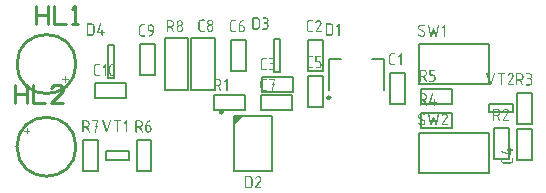
<source format=gto>
G04*
G04 #@! TF.GenerationSoftware,Altium Limited,Altium Designer,20.1.7 (139)*
G04*
G04 Layer_Color=39423*
%FSLAX44Y44*%
%MOMM*%
G71*
G04*
G04 #@! TF.SameCoordinates,662E4E51-3FC6-4070-AA2F-EFADEBEA197F*
G04*
G04*
G04 #@! TF.FilePolarity,Positive*
G04*
G01*
G75*
%ADD10C,0.2540*%
%ADD11C,0.2500*%
%ADD12C,0.2000*%
G36*
X196550Y60750D02*
X196550Y53550D01*
X203750Y60750D01*
X196550Y60750D01*
D02*
G37*
G36*
X53796Y94463D02*
X53907Y94426D01*
X54000Y94370D01*
X54092Y94278D01*
X54148Y94148D01*
X54166Y93982D01*
Y92389D01*
X55722D01*
X55740D01*
X55814D01*
X55888Y92352D01*
X55999Y92315D01*
X56092Y92260D01*
X56185Y92167D01*
X56240Y92037D01*
X56259Y91871D01*
Y91778D01*
X56240Y91704D01*
X56185Y91593D01*
X56129Y91500D01*
X56036Y91408D01*
X55907Y91352D01*
X55722Y91334D01*
X54166D01*
Y89667D01*
X54148Y89593D01*
X54092Y89482D01*
X54037Y89389D01*
X53944Y89297D01*
X53814Y89241D01*
X53629Y89223D01*
X53611D01*
X53555D01*
X53463Y89241D01*
X53370Y89297D01*
X53277Y89352D01*
X53185Y89445D01*
X53129Y89575D01*
X53111Y89760D01*
Y91334D01*
X51518D01*
X51500D01*
X51444D01*
X51352Y91352D01*
X51259Y91408D01*
X51167Y91463D01*
X51074Y91556D01*
X51018Y91685D01*
X51000Y91871D01*
Y91945D01*
X51037Y92037D01*
X51074Y92130D01*
X51129Y92222D01*
X51222Y92315D01*
X51352Y92371D01*
X51518Y92389D01*
X53111D01*
Y94056D01*
X53148Y94148D01*
X53185Y94241D01*
X53240Y94333D01*
X53333Y94426D01*
X53463Y94481D01*
X53629Y94500D01*
X53648D01*
X53722D01*
X53796Y94463D01*
D02*
G37*
G36*
X21537Y50759D02*
X21630Y50703D01*
X21722Y50648D01*
X21815Y50555D01*
X21871Y50425D01*
X21889Y50240D01*
Y48666D01*
X23482D01*
X23500D01*
X23556D01*
X23648Y48648D01*
X23741Y48592D01*
X23833Y48537D01*
X23926Y48444D01*
X23981Y48314D01*
X24000Y48129D01*
Y48055D01*
X23963Y47963D01*
X23926Y47870D01*
X23870Y47778D01*
X23778Y47685D01*
X23648Y47629D01*
X23482Y47611D01*
X21889D01*
Y45944D01*
X21852Y45852D01*
X21815Y45759D01*
X21760Y45667D01*
X21667Y45574D01*
X21537Y45518D01*
X21371Y45500D01*
X21352D01*
X21278D01*
X21204Y45537D01*
X21093Y45574D01*
X21000Y45630D01*
X20908Y45722D01*
X20852Y45852D01*
X20834Y46018D01*
Y47611D01*
X19278D01*
X19260D01*
X19186D01*
X19112Y47648D01*
X19001Y47685D01*
X18908Y47741D01*
X18815Y47833D01*
X18760Y47963D01*
X18741Y48129D01*
Y48222D01*
X18760Y48296D01*
X18815Y48407D01*
X18871Y48500D01*
X18964Y48592D01*
X19093Y48648D01*
X19278Y48666D01*
X20834D01*
Y50333D01*
X20852Y50407D01*
X20908Y50518D01*
X20963Y50611D01*
X21056Y50703D01*
X21186Y50759D01*
X21371Y50777D01*
X21389D01*
X21445D01*
X21537Y50759D01*
D02*
G37*
G36*
X416995Y97587D02*
X417088Y97531D01*
X417180Y97476D01*
X417273Y97383D01*
X417329Y97254D01*
X417347Y97068D01*
Y97050D01*
Y97013D01*
X417329Y96920D01*
X414181Y87477D01*
Y87458D01*
X414162Y87421D01*
X414070Y87292D01*
X413996Y87218D01*
X413903Y87143D01*
X413792Y87107D01*
X413662Y87088D01*
X413607D01*
X413533Y87107D01*
X413459Y87143D01*
X413366Y87181D01*
X413292Y87255D01*
X413218Y87347D01*
X413144Y87477D01*
X410014Y96920D01*
Y96939D01*
Y96957D01*
X409996Y97068D01*
Y97087D01*
Y97161D01*
X410033Y97235D01*
X410070Y97346D01*
X410126Y97439D01*
X410218Y97531D01*
X410348Y97587D01*
X410514Y97605D01*
X410570D01*
X410644Y97587D01*
X410718Y97568D01*
X410792Y97513D01*
X410885Y97457D01*
X410959Y97365D01*
X411014Y97254D01*
X413662Y89273D01*
X416329Y97254D01*
Y97272D01*
X416347Y97309D01*
X416440Y97439D01*
X416514Y97494D01*
X416588Y97550D01*
X416699Y97587D01*
X416829Y97605D01*
X416903D01*
X416995Y97587D01*
D02*
G37*
G36*
X430716D02*
X430920Y97568D01*
X431161Y97513D01*
X431457Y97420D01*
X431772Y97272D01*
X432086Y97087D01*
X432383Y96828D01*
X432420Y96791D01*
X432512Y96698D01*
X432623Y96531D01*
X432771Y96309D01*
X432920Y96032D01*
X433031Y95717D01*
X433123Y95365D01*
X433160Y94976D01*
Y94939D01*
Y94846D01*
X433142Y94698D01*
X433105Y94495D01*
X433049Y94272D01*
X432957Y94013D01*
X432845Y93735D01*
X432679Y93458D01*
X429364Y88143D01*
X432716D01*
X432790Y88125D01*
X432901Y88069D01*
X432994Y88014D01*
X433086Y87921D01*
X433142Y87792D01*
X433160Y87606D01*
Y87588D01*
Y87532D01*
X433142Y87440D01*
X433086Y87347D01*
X433031Y87255D01*
X432938Y87162D01*
X432808Y87107D01*
X432623Y87088D01*
X428346D01*
X428253Y87125D01*
X428161Y87162D01*
X428068Y87218D01*
X427976Y87310D01*
X427920Y87440D01*
X427901Y87606D01*
Y87643D01*
X427920Y87699D01*
X427939Y87810D01*
X427976Y87903D01*
X431846Y94106D01*
X431864Y94124D01*
X431883Y94180D01*
X431920Y94272D01*
X431975Y94383D01*
X432031Y94513D01*
X432068Y94661D01*
X432086Y94809D01*
X432105Y94976D01*
Y95013D01*
Y95087D01*
X432086Y95198D01*
X432049Y95365D01*
X431994Y95532D01*
X431901Y95717D01*
X431790Y95902D01*
X431642Y96087D01*
X431623Y96106D01*
X431568Y96161D01*
X431457Y96235D01*
X431327Y96328D01*
X431161Y96402D01*
X430975Y96476D01*
X430753Y96531D01*
X430512Y96550D01*
X430475D01*
X430364Y96531D01*
X430198Y96476D01*
X429975Y96383D01*
X429846Y96309D01*
X429716Y96235D01*
X429586Y96124D01*
X429438Y95995D01*
X429290Y95846D01*
X429161Y95661D01*
X429012Y95476D01*
X428864Y95235D01*
Y95217D01*
X428846Y95198D01*
X428753Y95106D01*
X428624Y95013D01*
X428531Y94995D01*
X428420Y94976D01*
X428346D01*
X428253Y95013D01*
X428161Y95050D01*
X428068Y95106D01*
X427976Y95198D01*
X427920Y95328D01*
X427901Y95494D01*
Y95513D01*
Y95569D01*
X427939Y95717D01*
X427957Y95735D01*
X427976Y95791D01*
X428031Y95883D01*
X428124Y96013D01*
X428216Y96161D01*
X428327Y96309D01*
X428475Y96494D01*
X428624Y96661D01*
X428809Y96846D01*
X429012Y97013D01*
X429216Y97161D01*
X429438Y97309D01*
X429698Y97439D01*
X429957Y97531D01*
X430235Y97587D01*
X430531Y97605D01*
X430642D01*
X430716Y97587D01*
D02*
G37*
G36*
X425420D02*
X425531Y97531D01*
X425624Y97476D01*
X425717Y97383D01*
X425772Y97254D01*
X425791Y97068D01*
Y97050D01*
Y96994D01*
X425772Y96902D01*
X425717Y96809D01*
X425661Y96717D01*
X425568Y96624D01*
X425439Y96568D01*
X425254Y96550D01*
X423161D01*
Y87606D01*
Y87588D01*
Y87532D01*
X423143Y87440D01*
X423087Y87347D01*
X423032Y87255D01*
X422939Y87162D01*
X422809Y87107D01*
X422624Y87088D01*
X422550D01*
X422458Y87125D01*
X422365Y87162D01*
X422272Y87218D01*
X422180Y87310D01*
X422124Y87440D01*
X422106Y87606D01*
Y96550D01*
X419921D01*
X419828Y96587D01*
X419736Y96624D01*
X419643Y96680D01*
X419551Y96772D01*
X419495Y96902D01*
X419477Y97068D01*
Y97087D01*
Y97161D01*
X419514Y97235D01*
X419551Y97346D01*
X419606Y97439D01*
X419699Y97531D01*
X419828Y97587D01*
X419995Y97605D01*
X425346D01*
X425420Y97587D01*
D02*
G37*
G36*
X91875Y57709D02*
X91968Y57653D01*
X92060Y57598D01*
X92153Y57505D01*
X92209Y57376D01*
X92227Y57190D01*
Y57172D01*
Y57135D01*
X92209Y57042D01*
X89061Y47599D01*
Y47580D01*
X89042Y47543D01*
X88950Y47414D01*
X88876Y47340D01*
X88783Y47266D01*
X88672Y47228D01*
X88542Y47210D01*
X88487D01*
X88413Y47228D01*
X88339Y47266D01*
X88246Y47303D01*
X88172Y47377D01*
X88098Y47469D01*
X88024Y47599D01*
X84895Y57042D01*
Y57061D01*
Y57079D01*
X84876Y57190D01*
Y57209D01*
Y57283D01*
X84913Y57357D01*
X84950Y57468D01*
X85006Y57561D01*
X85098Y57653D01*
X85228Y57709D01*
X85394Y57727D01*
X85450D01*
X85524Y57709D01*
X85598Y57690D01*
X85672Y57635D01*
X85765Y57579D01*
X85839Y57487D01*
X85894Y57376D01*
X88542Y49395D01*
X91209Y57376D01*
Y57394D01*
X91227Y57431D01*
X91320Y57561D01*
X91394Y57616D01*
X91468Y57672D01*
X91579Y57709D01*
X91709Y57727D01*
X91783D01*
X91875Y57709D01*
D02*
G37*
G36*
X105577D02*
X105689Y57653D01*
X105781Y57598D01*
X105874Y57505D01*
X105929Y57376D01*
X105948Y57190D01*
Y47729D01*
Y47710D01*
Y47654D01*
X105929Y47562D01*
X105874Y47469D01*
X105818Y47377D01*
X105726Y47284D01*
X105596Y47228D01*
X105411Y47210D01*
X105337D01*
X105244Y47247D01*
X105152Y47284D01*
X105059Y47340D01*
X104966Y47432D01*
X104911Y47562D01*
X104892Y47729D01*
Y55931D01*
X103670Y54709D01*
X103652Y54691D01*
X103578Y54635D01*
X103448Y54580D01*
X103300Y54561D01*
X103226D01*
X103133Y54598D01*
X103041Y54635D01*
X102948Y54691D01*
X102856Y54783D01*
X102800Y54913D01*
X102781Y55098D01*
Y55117D01*
Y55135D01*
X102800Y55228D01*
X102837Y55339D01*
X102930Y55468D01*
X104985Y57524D01*
X105003Y57542D01*
X105022Y57561D01*
X105115Y57635D01*
X105244Y57690D01*
X105337Y57727D01*
X105504D01*
X105577Y57709D01*
D02*
G37*
G36*
X100300D02*
X100411Y57653D01*
X100504Y57598D01*
X100597Y57505D01*
X100652Y57376D01*
X100671Y57190D01*
Y57172D01*
Y57116D01*
X100652Y57024D01*
X100597Y56931D01*
X100541Y56839D01*
X100448Y56746D01*
X100319Y56691D01*
X100134Y56672D01*
X98041D01*
Y47729D01*
Y47710D01*
Y47654D01*
X98023Y47562D01*
X97967Y47469D01*
X97912Y47377D01*
X97819Y47284D01*
X97690Y47228D01*
X97504Y47210D01*
X97430D01*
X97338Y47247D01*
X97245Y47284D01*
X97153Y47340D01*
X97060Y47432D01*
X97004Y47562D01*
X96986Y47729D01*
Y56672D01*
X94801D01*
X94708Y56709D01*
X94616Y56746D01*
X94523Y56802D01*
X94431Y56894D01*
X94375Y57024D01*
X94356Y57190D01*
Y57209D01*
Y57283D01*
X94394Y57357D01*
X94431Y57468D01*
X94486Y57561D01*
X94579Y57653D01*
X94708Y57709D01*
X94875Y57727D01*
X100226D01*
X100300Y57709D01*
D02*
G37*
G36*
X355176Y63551D02*
X355343Y63532D01*
X355547Y63514D01*
X355769Y63495D01*
X356213Y63421D01*
X356695Y63329D01*
X357139Y63181D01*
X357361Y63088D01*
X357546Y62995D01*
X357565D01*
X357602Y62958D01*
X357713Y62866D01*
X357806Y62718D01*
X357843Y62625D01*
X357861Y62514D01*
Y62477D01*
X357843Y62384D01*
X357787Y62273D01*
X357695Y62144D01*
X357676Y62125D01*
X357602Y62070D01*
X357491Y62014D01*
X357343Y61996D01*
X357287D01*
X357213Y62014D01*
X357121Y62051D01*
X357102D01*
X357065Y62070D01*
X357009Y62088D01*
X356917Y62125D01*
X356806Y62162D01*
X356676Y62199D01*
X356361Y62292D01*
X355991Y62366D01*
X355584Y62440D01*
X355158Y62495D01*
X354713Y62514D01*
X354602D01*
X354473Y62495D01*
X354324Y62458D01*
X354139Y62403D01*
X353954Y62310D01*
X353769Y62199D01*
X353584Y62051D01*
X353565Y62032D01*
X353510Y61977D01*
X353436Y61866D01*
X353362Y61736D01*
X353288Y61570D01*
X353214Y61385D01*
X353158Y61181D01*
X353139Y60940D01*
Y60922D01*
Y60903D01*
X353158Y60792D01*
X353176Y60607D01*
X353251Y60403D01*
X353343Y60181D01*
X353491Y59940D01*
X353713Y59718D01*
X353843Y59625D01*
X353991Y59533D01*
X356954Y58014D01*
X356972D01*
X357009Y57977D01*
X357084Y57940D01*
X357176Y57866D01*
X357417Y57700D01*
X357546Y57589D01*
X357676Y57440D01*
X357806Y57292D01*
X357935Y57126D01*
X358065Y56922D01*
X358176Y56718D01*
X358269Y56496D01*
X358343Y56237D01*
X358380Y55978D01*
X358398Y55681D01*
Y55663D01*
Y55626D01*
Y55570D01*
X358380Y55496D01*
X358361Y55293D01*
X358306Y55033D01*
X358213Y54737D01*
X358065Y54441D01*
X357880Y54107D01*
X357620Y53811D01*
X357583Y53774D01*
X357491Y53700D01*
X357324Y53570D01*
X357102Y53441D01*
X356824Y53293D01*
X356509Y53163D01*
X356139Y53089D01*
X355750Y53052D01*
X355565D01*
X355417Y53071D01*
X355250Y53089D01*
X355065Y53108D01*
X354843Y53145D01*
X354584Y53200D01*
X354047Y53330D01*
X353769Y53422D01*
X353473Y53533D01*
X353176Y53663D01*
X352880Y53830D01*
X352584Y53996D01*
X352306Y54200D01*
X352269Y54237D01*
X352195Y54311D01*
X352121Y54459D01*
X352103Y54533D01*
X352084Y54626D01*
Y54644D01*
Y54663D01*
X352103Y54756D01*
X352140Y54867D01*
X352232Y54978D01*
X352251Y54996D01*
X352343Y55070D01*
X352454Y55126D01*
X352602Y55144D01*
X352621D01*
X352695Y55126D01*
X352788Y55107D01*
X352899Y55052D01*
X352917Y55033D01*
X352991Y54996D01*
X353102Y54941D01*
X353251Y54867D01*
X353454Y54756D01*
X353713Y54626D01*
X354010Y54496D01*
X354361Y54330D01*
X354399D01*
X354473Y54293D01*
X354602Y54256D01*
X354769Y54219D01*
X354973Y54181D01*
X355213Y54145D01*
X355472Y54126D01*
X355750Y54107D01*
X355861D01*
X355991Y54126D01*
X356139Y54163D01*
X356324Y54219D01*
X356509Y54293D01*
X356695Y54404D01*
X356880Y54552D01*
X356898Y54570D01*
X356954Y54644D01*
X357028Y54737D01*
X357121Y54867D01*
X357195Y55033D01*
X357269Y55218D01*
X357324Y55441D01*
X357343Y55681D01*
Y55700D01*
Y55718D01*
X357324Y55848D01*
X357306Y56015D01*
X357232Y56218D01*
X357121Y56441D01*
X356972Y56681D01*
X356750Y56903D01*
X356602Y56996D01*
X356454Y57089D01*
X353510Y58607D01*
X353491D01*
X353454Y58644D01*
X353380Y58681D01*
X353288Y58737D01*
X353065Y58922D01*
X352936Y59033D01*
X352806Y59163D01*
X352658Y59329D01*
X352528Y59496D01*
X352417Y59681D01*
X352306Y59903D01*
X352214Y60125D01*
X352140Y60385D01*
X352103Y60644D01*
X352084Y60940D01*
Y60959D01*
Y60996D01*
Y61051D01*
X352103Y61125D01*
X352121Y61329D01*
X352177Y61570D01*
X352269Y61866D01*
X352399Y62181D01*
X352584Y62495D01*
X352843Y62792D01*
X352880Y62829D01*
X352991Y62921D01*
X353139Y63032D01*
X353362Y63181D01*
X353639Y63329D01*
X353954Y63440D01*
X354324Y63532D01*
X354713Y63569D01*
X355010D01*
X355176Y63551D01*
D02*
G37*
G36*
X369619D02*
X369712Y63495D01*
X369804Y63440D01*
X369897Y63347D01*
X369953Y63218D01*
X369971Y63032D01*
Y63014D01*
X369953Y62921D01*
X367860Y53478D01*
Y53459D01*
X367842Y53404D01*
X367805Y53348D01*
X367767Y53274D01*
X367693Y53182D01*
X367601Y53126D01*
X367490Y53071D01*
X367342Y53052D01*
X367286D01*
X367212Y53071D01*
X367138Y53108D01*
X367045Y53163D01*
X366953Y53237D01*
X366879Y53348D01*
X366805Y53496D01*
X365249Y58200D01*
X363675Y53496D01*
Y53478D01*
X363638Y53422D01*
X363601Y53348D01*
X363546Y53274D01*
X363472Y53200D01*
X363379Y53126D01*
X363268Y53071D01*
X363138Y53052D01*
X363064D01*
X362990Y53071D01*
X362916Y53108D01*
X362824Y53163D01*
X362749Y53237D01*
X362676Y53348D01*
X362620Y53496D01*
X360509Y62921D01*
Y62940D01*
Y62958D01*
Y63032D01*
Y63051D01*
Y63125D01*
X360546Y63199D01*
X360583Y63310D01*
X360639Y63403D01*
X360731Y63495D01*
X360861Y63551D01*
X361027Y63569D01*
X361102D01*
X361176Y63551D01*
X361250Y63514D01*
X361342Y63477D01*
X361435Y63403D01*
X361490Y63292D01*
X361546Y63162D01*
X363231Y55552D01*
X364712Y59977D01*
Y59996D01*
X364749Y60051D01*
X364786Y60125D01*
X364842Y60199D01*
X364897Y60273D01*
X364990Y60347D01*
X365101Y60403D01*
X365231Y60422D01*
X365286D01*
X365360Y60403D01*
X365453Y60366D01*
X365527Y60311D01*
X365620Y60236D01*
X365694Y60125D01*
X365768Y59977D01*
X367231Y55552D01*
X368934Y63162D01*
Y63181D01*
X368953Y63218D01*
X368990Y63292D01*
X369027Y63366D01*
X369101Y63440D01*
X369193Y63514D01*
X369304Y63551D01*
X369453Y63569D01*
X369527D01*
X369619Y63551D01*
D02*
G37*
G36*
X374896D02*
X375100Y63532D01*
X375341Y63477D01*
X375637Y63384D01*
X375952Y63236D01*
X376267Y63051D01*
X376563Y62792D01*
X376600Y62755D01*
X376693Y62662D01*
X376804Y62495D01*
X376952Y62273D01*
X377100Y61996D01*
X377211Y61681D01*
X377304Y61329D01*
X377341Y60940D01*
Y60903D01*
Y60810D01*
X377322Y60662D01*
X377285Y60459D01*
X377229Y60236D01*
X377137Y59977D01*
X377026Y59699D01*
X376859Y59422D01*
X373545Y54107D01*
X376896D01*
X376970Y54089D01*
X377081Y54033D01*
X377174Y53978D01*
X377267Y53885D01*
X377322Y53756D01*
X377341Y53570D01*
Y53552D01*
Y53496D01*
X377322Y53404D01*
X377267Y53311D01*
X377211Y53219D01*
X377118Y53126D01*
X376989Y53071D01*
X376804Y53052D01*
X372526D01*
X372434Y53089D01*
X372341Y53126D01*
X372249Y53182D01*
X372156Y53274D01*
X372100Y53404D01*
X372082Y53570D01*
Y53608D01*
X372100Y53663D01*
X372119Y53774D01*
X372156Y53867D01*
X376026Y60070D01*
X376045Y60088D01*
X376063Y60144D01*
X376100Y60236D01*
X376156Y60347D01*
X376211Y60477D01*
X376248Y60625D01*
X376267Y60773D01*
X376285Y60940D01*
Y60977D01*
Y61051D01*
X376267Y61162D01*
X376230Y61329D01*
X376174Y61496D01*
X376082Y61681D01*
X375970Y61866D01*
X375822Y62051D01*
X375804Y62070D01*
X375748Y62125D01*
X375637Y62199D01*
X375508Y62292D01*
X375341Y62366D01*
X375156Y62440D01*
X374934Y62495D01*
X374693Y62514D01*
X374656D01*
X374545Y62495D01*
X374378Y62440D01*
X374156Y62347D01*
X374026Y62273D01*
X373896Y62199D01*
X373767Y62088D01*
X373619Y61958D01*
X373471Y61810D01*
X373341Y61625D01*
X373193Y61440D01*
X373045Y61199D01*
Y61181D01*
X373026Y61162D01*
X372934Y61070D01*
X372804Y60977D01*
X372711Y60959D01*
X372600Y60940D01*
X372526D01*
X372434Y60977D01*
X372341Y61014D01*
X372249Y61070D01*
X372156Y61162D01*
X372100Y61292D01*
X372082Y61459D01*
Y61477D01*
Y61533D01*
X372119Y61681D01*
X372137Y61699D01*
X372156Y61755D01*
X372211Y61847D01*
X372304Y61977D01*
X372397Y62125D01*
X372508Y62273D01*
X372656Y62458D01*
X372804Y62625D01*
X372989Y62810D01*
X373193Y62977D01*
X373397Y63125D01*
X373619Y63273D01*
X373878Y63403D01*
X374137Y63495D01*
X374415Y63551D01*
X374711Y63569D01*
X374822D01*
X374896Y63551D01*
D02*
G37*
G36*
X355176Y138481D02*
X355343Y138462D01*
X355547Y138444D01*
X355769Y138425D01*
X356213Y138351D01*
X356695Y138259D01*
X357139Y138111D01*
X357361Y138018D01*
X357546Y137925D01*
X357565D01*
X357602Y137888D01*
X357713Y137796D01*
X357806Y137648D01*
X357843Y137555D01*
X357861Y137444D01*
Y137407D01*
X357843Y137314D01*
X357787Y137203D01*
X357695Y137074D01*
X357676Y137055D01*
X357602Y137000D01*
X357491Y136944D01*
X357343Y136925D01*
X357287D01*
X357213Y136944D01*
X357121Y136981D01*
X357102D01*
X357065Y137000D01*
X357009Y137018D01*
X356917Y137055D01*
X356806Y137092D01*
X356676Y137129D01*
X356361Y137222D01*
X355991Y137296D01*
X355584Y137370D01*
X355158Y137425D01*
X354713Y137444D01*
X354602D01*
X354473Y137425D01*
X354324Y137388D01*
X354139Y137333D01*
X353954Y137240D01*
X353769Y137129D01*
X353584Y136981D01*
X353565Y136962D01*
X353510Y136907D01*
X353436Y136796D01*
X353362Y136666D01*
X353288Y136500D01*
X353214Y136314D01*
X353158Y136111D01*
X353139Y135870D01*
Y135851D01*
Y135833D01*
X353158Y135722D01*
X353176Y135537D01*
X353251Y135333D01*
X353343Y135111D01*
X353491Y134870D01*
X353713Y134648D01*
X353843Y134555D01*
X353991Y134463D01*
X356954Y132944D01*
X356972D01*
X357009Y132907D01*
X357084Y132870D01*
X357176Y132796D01*
X357417Y132630D01*
X357546Y132519D01*
X357676Y132370D01*
X357806Y132222D01*
X357935Y132056D01*
X358065Y131852D01*
X358176Y131648D01*
X358269Y131426D01*
X358343Y131167D01*
X358380Y130908D01*
X358398Y130611D01*
Y130593D01*
Y130556D01*
Y130500D01*
X358380Y130426D01*
X358361Y130223D01*
X358306Y129963D01*
X358213Y129667D01*
X358065Y129371D01*
X357880Y129037D01*
X357620Y128741D01*
X357583Y128704D01*
X357491Y128630D01*
X357324Y128500D01*
X357102Y128371D01*
X356824Y128223D01*
X356509Y128093D01*
X356139Y128019D01*
X355750Y127982D01*
X355565D01*
X355417Y128000D01*
X355250Y128019D01*
X355065Y128038D01*
X354843Y128075D01*
X354584Y128130D01*
X354047Y128260D01*
X353769Y128352D01*
X353473Y128463D01*
X353176Y128593D01*
X352880Y128760D01*
X352584Y128926D01*
X352306Y129130D01*
X352269Y129167D01*
X352195Y129241D01*
X352121Y129389D01*
X352103Y129463D01*
X352084Y129556D01*
Y129574D01*
Y129593D01*
X352103Y129685D01*
X352140Y129797D01*
X352232Y129908D01*
X352251Y129926D01*
X352343Y130000D01*
X352454Y130056D01*
X352602Y130074D01*
X352621D01*
X352695Y130056D01*
X352788Y130037D01*
X352899Y129982D01*
X352917Y129963D01*
X352991Y129926D01*
X353102Y129871D01*
X353251Y129797D01*
X353454Y129685D01*
X353713Y129556D01*
X354010Y129426D01*
X354361Y129260D01*
X354399D01*
X354473Y129223D01*
X354602Y129186D01*
X354769Y129149D01*
X354973Y129111D01*
X355213Y129074D01*
X355472Y129056D01*
X355750Y129037D01*
X355861D01*
X355991Y129056D01*
X356139Y129093D01*
X356324Y129149D01*
X356509Y129223D01*
X356695Y129334D01*
X356880Y129482D01*
X356898Y129500D01*
X356954Y129574D01*
X357028Y129667D01*
X357121Y129797D01*
X357195Y129963D01*
X357269Y130148D01*
X357324Y130371D01*
X357343Y130611D01*
Y130630D01*
Y130648D01*
X357324Y130778D01*
X357306Y130945D01*
X357232Y131148D01*
X357121Y131370D01*
X356972Y131611D01*
X356750Y131833D01*
X356602Y131926D01*
X356454Y132019D01*
X353510Y133537D01*
X353491D01*
X353454Y133574D01*
X353380Y133611D01*
X353288Y133667D01*
X353065Y133852D01*
X352936Y133963D01*
X352806Y134093D01*
X352658Y134259D01*
X352528Y134426D01*
X352417Y134611D01*
X352306Y134833D01*
X352214Y135055D01*
X352140Y135315D01*
X352103Y135574D01*
X352084Y135870D01*
Y135889D01*
Y135926D01*
Y135981D01*
X352103Y136055D01*
X352121Y136259D01*
X352177Y136500D01*
X352269Y136796D01*
X352399Y137111D01*
X352584Y137425D01*
X352843Y137722D01*
X352880Y137759D01*
X352991Y137851D01*
X353139Y137962D01*
X353362Y138111D01*
X353639Y138259D01*
X353954Y138370D01*
X354324Y138462D01*
X354713Y138499D01*
X355010D01*
X355176Y138481D01*
D02*
G37*
G36*
X369619D02*
X369712Y138425D01*
X369804Y138370D01*
X369897Y138277D01*
X369953Y138148D01*
X369971Y137962D01*
Y137944D01*
X369953Y137851D01*
X367860Y128408D01*
Y128389D01*
X367842Y128334D01*
X367805Y128278D01*
X367767Y128204D01*
X367693Y128112D01*
X367601Y128056D01*
X367490Y128000D01*
X367342Y127982D01*
X367286D01*
X367212Y128000D01*
X367138Y128038D01*
X367045Y128093D01*
X366953Y128167D01*
X366879Y128278D01*
X366805Y128426D01*
X365249Y133130D01*
X363675Y128426D01*
Y128408D01*
X363638Y128352D01*
X363601Y128278D01*
X363546Y128204D01*
X363472Y128130D01*
X363379Y128056D01*
X363268Y128000D01*
X363138Y127982D01*
X363064D01*
X362990Y128000D01*
X362916Y128038D01*
X362824Y128093D01*
X362749Y128167D01*
X362676Y128278D01*
X362620Y128426D01*
X360509Y137851D01*
Y137870D01*
Y137888D01*
Y137962D01*
Y137981D01*
Y138055D01*
X360546Y138129D01*
X360583Y138240D01*
X360639Y138333D01*
X360731Y138425D01*
X360861Y138481D01*
X361027Y138499D01*
X361102D01*
X361176Y138481D01*
X361250Y138444D01*
X361342Y138407D01*
X361435Y138333D01*
X361490Y138222D01*
X361546Y138092D01*
X363231Y130482D01*
X364712Y134907D01*
Y134926D01*
X364749Y134981D01*
X364786Y135055D01*
X364842Y135129D01*
X364897Y135204D01*
X364990Y135278D01*
X365101Y135333D01*
X365231Y135352D01*
X365286D01*
X365360Y135333D01*
X365453Y135296D01*
X365527Y135240D01*
X365620Y135166D01*
X365694Y135055D01*
X365768Y134907D01*
X367231Y130482D01*
X368934Y138092D01*
Y138111D01*
X368953Y138148D01*
X368990Y138222D01*
X369027Y138296D01*
X369101Y138370D01*
X369193Y138444D01*
X369304Y138481D01*
X369453Y138499D01*
X369527D01*
X369619Y138481D01*
D02*
G37*
G36*
X374878D02*
X374989Y138425D01*
X375082Y138370D01*
X375174Y138277D01*
X375230Y138148D01*
X375248Y137962D01*
Y128500D01*
Y128482D01*
Y128426D01*
X375230Y128334D01*
X375174Y128241D01*
X375119Y128149D01*
X375026Y128056D01*
X374896Y128000D01*
X374711Y127982D01*
X374637D01*
X374545Y128019D01*
X374452Y128056D01*
X374359Y128112D01*
X374267Y128204D01*
X374211Y128334D01*
X374193Y128500D01*
Y136703D01*
X372971Y135481D01*
X372952Y135463D01*
X372878Y135407D01*
X372748Y135352D01*
X372600Y135333D01*
X372526D01*
X372434Y135370D01*
X372341Y135407D01*
X372249Y135463D01*
X372156Y135555D01*
X372100Y135685D01*
X372082Y135870D01*
Y135889D01*
Y135907D01*
X372100Y136000D01*
X372137Y136111D01*
X372230Y136240D01*
X374285Y138296D01*
X374304Y138314D01*
X374322Y138333D01*
X374415Y138407D01*
X374545Y138462D01*
X374637Y138499D01*
X374804D01*
X374878Y138481D01*
D02*
G37*
G36*
X150648Y142240D02*
X150851Y142222D01*
X151092Y142166D01*
X151388Y142074D01*
X151703Y141925D01*
X152018Y141740D01*
X152314Y141481D01*
X152351Y141444D01*
X152444Y141351D01*
X152555Y141185D01*
X152703Y140963D01*
X152851Y140685D01*
X152962Y140370D01*
X153055Y140018D01*
X153092Y139629D01*
Y139611D01*
Y139574D01*
Y139500D01*
X153073Y139407D01*
X153055Y139296D01*
X153036Y139166D01*
X152962Y138870D01*
X152833Y138537D01*
X152759Y138370D01*
X152647Y138185D01*
X152518Y138018D01*
X152388Y137833D01*
X152222Y137667D01*
X152037Y137519D01*
X152073Y137500D01*
X152166Y137407D01*
X152296Y137296D01*
X152444Y137130D01*
X152611Y136926D01*
X152759Y136685D01*
X152888Y136407D01*
X152981Y136111D01*
Y136093D01*
X152999Y136019D01*
X153018Y135907D01*
X153036Y135741D01*
X153055Y135500D01*
X153073Y135204D01*
Y135019D01*
X153092Y134815D01*
Y134611D01*
Y134371D01*
Y134352D01*
Y134315D01*
Y134260D01*
X153073Y134185D01*
X153055Y133982D01*
X152999Y133723D01*
X152907Y133426D01*
X152759Y133130D01*
X152573Y132797D01*
X152314Y132500D01*
X152277Y132463D01*
X152185Y132389D01*
X152018Y132260D01*
X151796Y132130D01*
X151518Y131982D01*
X151203Y131852D01*
X150851Y131778D01*
X150463Y131741D01*
X150351D01*
X150277Y131760D01*
X150074Y131778D01*
X149815Y131834D01*
X149518Y131926D01*
X149222Y132056D01*
X148889Y132241D01*
X148592Y132500D01*
X148555Y132537D01*
X148481Y132649D01*
X148352Y132797D01*
X148222Y133019D01*
X148074Y133297D01*
X147944Y133611D01*
X147870Y133982D01*
X147833Y134371D01*
Y135408D01*
Y135426D01*
Y135463D01*
Y135537D01*
X147852Y135630D01*
X147870Y135741D01*
X147889Y135871D01*
X147963Y136167D01*
X148092Y136500D01*
X148278Y136852D01*
X148389Y137037D01*
X148537Y137204D01*
X148685Y137370D01*
X148870Y137519D01*
X148852Y137537D01*
X148833Y137556D01*
X148703Y137667D01*
X148537Y137833D01*
X148352Y138074D01*
X148167Y138389D01*
X148000Y138741D01*
X147870Y139166D01*
X147852Y139389D01*
X147833Y139629D01*
Y139648D01*
Y139685D01*
Y139740D01*
X147852Y139815D01*
X147870Y140018D01*
X147926Y140259D01*
X148018Y140555D01*
X148148Y140870D01*
X148333Y141185D01*
X148592Y141481D01*
X148629Y141518D01*
X148741Y141611D01*
X148889Y141722D01*
X149111Y141870D01*
X149389Y142018D01*
X149703Y142129D01*
X150074Y142222D01*
X150463Y142259D01*
X150574D01*
X150648Y142240D01*
D02*
G37*
G36*
X142778D02*
X142889D01*
X143019Y142203D01*
X143334Y142148D01*
X143686Y142037D01*
X144056Y141870D01*
X144241Y141759D01*
X144426Y141648D01*
X144611Y141500D01*
X144796Y141333D01*
X144815Y141314D01*
X144833Y141296D01*
X144889Y141240D01*
X144945Y141166D01*
X145019Y141074D01*
X145093Y140963D01*
X145259Y140703D01*
X145426Y140388D01*
X145574Y140000D01*
X145685Y139574D01*
X145704Y139333D01*
X145722Y139092D01*
Y139074D01*
Y139000D01*
X145704Y138889D01*
X145685Y138741D01*
X145667Y138574D01*
X145630Y138370D01*
X145556Y138148D01*
X145482Y137907D01*
X145389Y137667D01*
X145259Y137426D01*
X145111Y137185D01*
X144926Y136945D01*
X144704Y136722D01*
X144445Y136519D01*
X144148Y136333D01*
X143815Y136167D01*
X145648Y132500D01*
X145667Y132482D01*
X145685Y132426D01*
X145704Y132352D01*
X145722Y132260D01*
Y132223D01*
X145704Y132130D01*
X145648Y132019D01*
X145556Y131889D01*
X145519Y131871D01*
X145445Y131815D01*
X145333Y131760D01*
X145185Y131741D01*
X145130D01*
X145074Y131760D01*
X145000Y131778D01*
X144926Y131815D01*
X144833Y131852D01*
X144760Y131926D01*
X144704Y132019D01*
X142760Y135945D01*
X140464D01*
Y132260D01*
Y132241D01*
Y132186D01*
X140445Y132093D01*
X140389Y132001D01*
X140334Y131908D01*
X140241Y131815D01*
X140112Y131760D01*
X139927Y131741D01*
X139853D01*
X139760Y131778D01*
X139667Y131815D01*
X139575Y131871D01*
X139482Y131964D01*
X139427Y132093D01*
X139408Y132260D01*
Y141722D01*
Y141740D01*
Y141814D01*
X139445Y141888D01*
X139482Y142000D01*
X139538Y142092D01*
X139630Y142185D01*
X139760Y142240D01*
X139927Y142259D01*
X142686D01*
X142778Y142240D01*
D02*
G37*
G36*
X81171Y57455D02*
X81264Y57418D01*
X81357Y57344D01*
X81449Y57251D01*
X81505Y57122D01*
X81542Y56955D01*
Y56918D01*
X81523Y56825D01*
X80616Y52752D01*
X81097D01*
X81171Y52733D01*
X81283Y52678D01*
X81375Y52622D01*
X81468Y52530D01*
X81523Y52400D01*
X81542Y52215D01*
Y52196D01*
Y52141D01*
X81523Y52048D01*
X81468Y51955D01*
X81412Y51863D01*
X81320Y51770D01*
X81190Y51715D01*
X81005Y51696D01*
X80375Y51678D01*
X79412Y47363D01*
Y47345D01*
X79394Y47308D01*
X79357Y47234D01*
X79320Y47160D01*
X79246Y47086D01*
X79172Y47011D01*
X79061Y46975D01*
X78912Y46956D01*
X78838D01*
X78746Y46993D01*
X78653Y47030D01*
X78542Y47086D01*
X78468Y47178D01*
X78394Y47308D01*
X78375Y47474D01*
Y47493D01*
Y47512D01*
X78394Y47586D01*
X79301Y51696D01*
X78820D01*
X78727Y51733D01*
X78635Y51770D01*
X78542Y51826D01*
X78450Y51918D01*
X78394Y52048D01*
X78375Y52215D01*
Y52233D01*
Y52307D01*
X78412Y52381D01*
X78450Y52492D01*
X78505Y52585D01*
X78598Y52678D01*
X78727Y52733D01*
X78894Y52752D01*
X79523Y52733D01*
X80338Y56418D01*
X76727D01*
X76635Y56455D01*
X76542Y56492D01*
X76450Y56548D01*
X76357Y56640D01*
X76301Y56770D01*
X76283Y56936D01*
Y56955D01*
Y57029D01*
X76320Y57103D01*
X76357Y57214D01*
X76413Y57307D01*
X76505Y57399D01*
X76635Y57455D01*
X76802Y57473D01*
X81079D01*
X81171Y57455D01*
D02*
G37*
G36*
X71228D02*
X71339D01*
X71469Y57418D01*
X71783Y57362D01*
X72135Y57251D01*
X72506Y57085D01*
X72691Y56974D01*
X72876Y56862D01*
X73061Y56714D01*
X73246Y56548D01*
X73265Y56529D01*
X73283Y56511D01*
X73339Y56455D01*
X73394Y56381D01*
X73468Y56288D01*
X73543Y56177D01*
X73709Y55918D01*
X73876Y55603D01*
X74024Y55214D01*
X74135Y54788D01*
X74154Y54548D01*
X74172Y54307D01*
Y54289D01*
Y54215D01*
X74154Y54103D01*
X74135Y53955D01*
X74117Y53789D01*
X74080Y53585D01*
X74005Y53363D01*
X73931Y53122D01*
X73839Y52881D01*
X73709Y52641D01*
X73561Y52400D01*
X73376Y52159D01*
X73154Y51937D01*
X72895Y51733D01*
X72598Y51548D01*
X72265Y51382D01*
X74098Y47715D01*
X74117Y47697D01*
X74135Y47641D01*
X74154Y47567D01*
X74172Y47474D01*
Y47437D01*
X74154Y47345D01*
X74098Y47234D01*
X74005Y47104D01*
X73969Y47086D01*
X73894Y47030D01*
X73783Y46975D01*
X73635Y46956D01*
X73580D01*
X73524Y46975D01*
X73450Y46993D01*
X73376Y47030D01*
X73283Y47067D01*
X73209Y47141D01*
X73154Y47234D01*
X71210Y51159D01*
X68913D01*
Y47474D01*
Y47456D01*
Y47400D01*
X68895Y47308D01*
X68839Y47215D01*
X68784Y47123D01*
X68691Y47030D01*
X68562Y46975D01*
X68376Y46956D01*
X68302D01*
X68210Y46993D01*
X68117Y47030D01*
X68025Y47086D01*
X67932Y47178D01*
X67877Y47308D01*
X67858Y47474D01*
Y56936D01*
Y56955D01*
Y57029D01*
X67895Y57103D01*
X67932Y57214D01*
X67988Y57307D01*
X68080Y57399D01*
X68210Y57455D01*
X68376Y57473D01*
X71135D01*
X71228Y57455D01*
D02*
G37*
G36*
X125074D02*
X125185Y57399D01*
X125278Y57344D01*
X125370Y57251D01*
X125426Y57122D01*
X125444Y56936D01*
Y56918D01*
Y56881D01*
X125426Y56807D01*
X125407Y56733D01*
X125333Y56585D01*
X125278Y56529D01*
X125185Y56492D01*
X125167D01*
X125129Y56473D01*
X125074Y56455D01*
X124981Y56437D01*
X124889Y56381D01*
X124759Y56344D01*
X124481Y56214D01*
X124167Y56011D01*
X123815Y55770D01*
X123463Y55474D01*
X123296Y55289D01*
X123130Y55085D01*
Y55066D01*
X123093Y55048D01*
X123019Y54937D01*
X122907Y54752D01*
X122778Y54529D01*
X122630Y54251D01*
X122500Y53955D01*
X122408Y53622D01*
X122333Y53270D01*
X123982D01*
X124056Y53252D01*
X124259Y53233D01*
X124518Y53178D01*
X124815Y53085D01*
X125129Y52937D01*
X125444Y52752D01*
X125741Y52492D01*
X125778Y52455D01*
X125852Y52363D01*
X125981Y52196D01*
X126129Y51974D01*
X126259Y51696D01*
X126389Y51382D01*
X126463Y51030D01*
X126500Y50622D01*
Y49585D01*
Y49567D01*
Y49530D01*
Y49474D01*
X126481Y49400D01*
X126463Y49197D01*
X126407Y48937D01*
X126315Y48641D01*
X126166Y48326D01*
X125981Y48011D01*
X125722Y47715D01*
X125685Y47678D01*
X125592Y47604D01*
X125426Y47474D01*
X125204Y47345D01*
X124926Y47197D01*
X124611Y47067D01*
X124259Y46993D01*
X123870Y46956D01*
X123759D01*
X123685Y46975D01*
X123482Y46993D01*
X123222Y47049D01*
X122926Y47141D01*
X122611Y47271D01*
X122296Y47456D01*
X122000Y47715D01*
X121963Y47752D01*
X121889Y47845D01*
X121760Y48011D01*
X121630Y48234D01*
X121482Y48493D01*
X121352Y48826D01*
X121278Y49178D01*
X121241Y49567D01*
Y52733D01*
Y52752D01*
Y52807D01*
Y52900D01*
X121259Y53029D01*
X121278Y53196D01*
X121297Y53363D01*
X121334Y53566D01*
X121389Y53789D01*
X121537Y54270D01*
X121630Y54529D01*
X121741Y54807D01*
X121871Y55066D01*
X122037Y55344D01*
X122222Y55603D01*
X122426Y55862D01*
X122445Y55881D01*
X122463Y55900D01*
X122519Y55955D01*
X122593Y56029D01*
X122778Y56214D01*
X123019Y56437D01*
X123333Y56677D01*
X123667Y56918D01*
X124037Y57159D01*
X124444Y57344D01*
X124463D01*
X124500Y57362D01*
X124611Y57418D01*
X124759Y57455D01*
X124907Y57473D01*
X125000D01*
X125074Y57455D01*
D02*
G37*
G36*
X116186D02*
X116297D01*
X116427Y57418D01*
X116742Y57362D01*
X117093Y57251D01*
X117464Y57085D01*
X117649Y56974D01*
X117834Y56862D01*
X118019Y56714D01*
X118204Y56548D01*
X118223Y56529D01*
X118241Y56511D01*
X118297Y56455D01*
X118352Y56381D01*
X118427Y56288D01*
X118501Y56177D01*
X118667Y55918D01*
X118834Y55603D01*
X118982Y55214D01*
X119093Y54788D01*
X119112Y54548D01*
X119130Y54307D01*
Y54289D01*
Y54215D01*
X119112Y54103D01*
X119093Y53955D01*
X119075Y53789D01*
X119038Y53585D01*
X118963Y53363D01*
X118889Y53122D01*
X118797Y52881D01*
X118667Y52641D01*
X118519Y52400D01*
X118334Y52159D01*
X118112Y51937D01*
X117852Y51733D01*
X117556Y51548D01*
X117223Y51382D01*
X119056Y47715D01*
X119075Y47697D01*
X119093Y47641D01*
X119112Y47567D01*
X119130Y47474D01*
Y47437D01*
X119112Y47345D01*
X119056Y47234D01*
X118963Y47104D01*
X118926Y47086D01*
X118852Y47030D01*
X118741Y46975D01*
X118593Y46956D01*
X118538D01*
X118482Y46975D01*
X118408Y46993D01*
X118334Y47030D01*
X118241Y47067D01*
X118167Y47141D01*
X118112Y47234D01*
X116167Y51159D01*
X113871D01*
Y47474D01*
Y47456D01*
Y47400D01*
X113853Y47308D01*
X113797Y47215D01*
X113742Y47123D01*
X113649Y47030D01*
X113520Y46975D01*
X113334Y46956D01*
X113260D01*
X113168Y46993D01*
X113075Y47030D01*
X112983Y47086D01*
X112890Y47178D01*
X112835Y47308D01*
X112816Y47474D01*
Y56936D01*
Y56955D01*
Y57029D01*
X112853Y57103D01*
X112890Y57214D01*
X112946Y57307D01*
X113038Y57399D01*
X113168Y57455D01*
X113334Y57473D01*
X116093D01*
X116186Y57455D01*
D02*
G37*
G36*
X366149Y100381D02*
X366260Y100325D01*
X366353Y100270D01*
X366445Y100177D01*
X366501Y100048D01*
X366519Y99862D01*
Y99844D01*
Y99788D01*
X366501Y99696D01*
X366445Y99603D01*
X366390Y99511D01*
X366297Y99418D01*
X366167Y99362D01*
X365982Y99344D01*
X362835D01*
Y96196D01*
X364520D01*
X364594Y96178D01*
X364797Y96159D01*
X365056Y96104D01*
X365334Y96011D01*
X365649Y95863D01*
X365964Y95678D01*
X366260Y95419D01*
X366297Y95381D01*
X366390Y95289D01*
X366501Y95122D01*
X366649Y94900D01*
X366797Y94622D01*
X366908Y94307D01*
X367001Y93937D01*
X367038Y93548D01*
Y92511D01*
Y92493D01*
Y92456D01*
Y92400D01*
X367019Y92326D01*
X367001Y92122D01*
X366945Y91863D01*
X366853Y91567D01*
X366704Y91271D01*
X366519Y90937D01*
X366260Y90641D01*
X366223Y90604D01*
X366130Y90530D01*
X365964Y90400D01*
X365742Y90271D01*
X365464Y90123D01*
X365149Y89993D01*
X364797Y89919D01*
X364408Y89882D01*
X362223D01*
X362131Y89919D01*
X362038Y89956D01*
X361946Y90012D01*
X361853Y90104D01*
X361797Y90234D01*
X361779Y90400D01*
Y90419D01*
Y90493D01*
X361816Y90567D01*
X361853Y90678D01*
X361909Y90771D01*
X362001Y90863D01*
X362131Y90919D01*
X362298Y90937D01*
X364520D01*
X364631Y90956D01*
X364797Y90993D01*
X364964Y91048D01*
X365149Y91123D01*
X365334Y91234D01*
X365519Y91382D01*
X365538Y91400D01*
X365593Y91474D01*
X365667Y91567D01*
X365760Y91697D01*
X365834Y91863D01*
X365908Y92048D01*
X365964Y92271D01*
X365982Y92511D01*
Y93548D01*
Y93585D01*
Y93659D01*
X365964Y93789D01*
X365927Y93937D01*
X365871Y94122D01*
X365779Y94307D01*
X365667Y94493D01*
X365519Y94678D01*
X365501Y94696D01*
X365445Y94752D01*
X365334Y94826D01*
X365205Y94918D01*
X365038Y94993D01*
X364853Y95067D01*
X364649Y95122D01*
X364408Y95141D01*
X362223D01*
X362131Y95178D01*
X362038Y95215D01*
X361946Y95270D01*
X361853Y95363D01*
X361797Y95492D01*
X361779Y95659D01*
Y99862D01*
Y99881D01*
Y99955D01*
X361816Y100029D01*
X361853Y100140D01*
X361909Y100233D01*
X362001Y100325D01*
X362131Y100381D01*
X362298Y100399D01*
X366075D01*
X366149Y100381D01*
D02*
G37*
G36*
X356724D02*
X356835D01*
X356965Y100344D01*
X357280Y100288D01*
X357631Y100177D01*
X358002Y100011D01*
X358187Y99900D01*
X358372Y99788D01*
X358557Y99640D01*
X358742Y99474D01*
X358761Y99455D01*
X358779Y99437D01*
X358835Y99381D01*
X358890Y99307D01*
X358965Y99214D01*
X359039Y99103D01*
X359205Y98844D01*
X359372Y98529D01*
X359520Y98140D01*
X359631Y97715D01*
X359650Y97474D01*
X359668Y97233D01*
Y97215D01*
Y97141D01*
X359650Y97029D01*
X359631Y96881D01*
X359613Y96715D01*
X359576Y96511D01*
X359501Y96289D01*
X359427Y96048D01*
X359335Y95807D01*
X359205Y95567D01*
X359057Y95326D01*
X358872Y95085D01*
X358650Y94863D01*
X358391Y94659D01*
X358094Y94474D01*
X357761Y94307D01*
X359594Y90641D01*
X359613Y90623D01*
X359631Y90567D01*
X359650Y90493D01*
X359668Y90400D01*
Y90363D01*
X359650Y90271D01*
X359594Y90160D01*
X359501Y90030D01*
X359464Y90012D01*
X359390Y89956D01*
X359279Y89901D01*
X359131Y89882D01*
X359076D01*
X359020Y89901D01*
X358946Y89919D01*
X358872Y89956D01*
X358779Y89993D01*
X358705Y90067D01*
X358650Y90160D01*
X356706Y94085D01*
X354409D01*
Y90400D01*
Y90382D01*
Y90326D01*
X354391Y90234D01*
X354335Y90141D01*
X354280Y90049D01*
X354187Y89956D01*
X354058Y89901D01*
X353872Y89882D01*
X353798D01*
X353706Y89919D01*
X353613Y89956D01*
X353521Y90012D01*
X353428Y90104D01*
X353372Y90234D01*
X353354Y90400D01*
Y99862D01*
Y99881D01*
Y99955D01*
X353391Y100029D01*
X353428Y100140D01*
X353484Y100233D01*
X353576Y100325D01*
X353706Y100381D01*
X353872Y100399D01*
X356631D01*
X356724Y100381D01*
D02*
G37*
G36*
X364575Y80315D02*
X364668Y80259D01*
X364760Y80204D01*
X364853Y80111D01*
X364908Y79982D01*
X364927Y79796D01*
Y79778D01*
Y79759D01*
X364908Y79648D01*
X363001Y72982D01*
X365464D01*
Y74556D01*
Y74575D01*
Y74649D01*
X365501Y74723D01*
X365538Y74834D01*
X365593Y74927D01*
X365686Y75019D01*
X365816Y75075D01*
X365982Y75093D01*
X366075D01*
X366149Y75075D01*
X366260Y75019D01*
X366353Y74964D01*
X366445Y74871D01*
X366501Y74741D01*
X366519Y74556D01*
Y72982D01*
X367649D01*
X367723Y72964D01*
X367834Y72908D01*
X367926Y72853D01*
X368019Y72760D01*
X368075Y72631D01*
X368093Y72445D01*
Y72427D01*
Y72371D01*
X368075Y72279D01*
X368019Y72186D01*
X367964Y72094D01*
X367871Y72001D01*
X367741Y71945D01*
X367556Y71927D01*
X366519D01*
Y70335D01*
Y70316D01*
Y70260D01*
X366501Y70168D01*
X366445Y70075D01*
X366390Y69983D01*
X366297Y69890D01*
X366167Y69834D01*
X365982Y69816D01*
X365908D01*
X365816Y69853D01*
X365723Y69890D01*
X365630Y69946D01*
X365538Y70038D01*
X365482Y70168D01*
X365464Y70335D01*
Y71927D01*
X362223D01*
X362131Y71964D01*
X362038Y72001D01*
X361946Y72056D01*
X361853Y72149D01*
X361797Y72279D01*
X361779Y72445D01*
Y72464D01*
Y72501D01*
Y72593D01*
X363890Y79945D01*
Y79963D01*
X363908Y80000D01*
X363946Y80074D01*
X364001Y80148D01*
X364075Y80204D01*
X364149Y80278D01*
X364279Y80315D01*
X364408Y80333D01*
X364482D01*
X364575Y80315D01*
D02*
G37*
G36*
X356724D02*
X356835D01*
X356965Y80278D01*
X357280Y80222D01*
X357631Y80111D01*
X358002Y79945D01*
X358187Y79833D01*
X358372Y79722D01*
X358557Y79574D01*
X358742Y79408D01*
X358761Y79389D01*
X358779Y79371D01*
X358835Y79315D01*
X358890Y79241D01*
X358965Y79148D01*
X359039Y79037D01*
X359205Y78778D01*
X359372Y78463D01*
X359520Y78074D01*
X359631Y77649D01*
X359650Y77408D01*
X359668Y77167D01*
Y77149D01*
Y77074D01*
X359650Y76963D01*
X359631Y76815D01*
X359613Y76649D01*
X359576Y76445D01*
X359501Y76223D01*
X359427Y75982D01*
X359335Y75741D01*
X359205Y75501D01*
X359057Y75260D01*
X358872Y75019D01*
X358650Y74797D01*
X358391Y74593D01*
X358094Y74408D01*
X357761Y74241D01*
X359594Y70575D01*
X359613Y70557D01*
X359631Y70501D01*
X359650Y70427D01*
X359668Y70335D01*
Y70297D01*
X359650Y70205D01*
X359594Y70094D01*
X359501Y69964D01*
X359464Y69946D01*
X359390Y69890D01*
X359279Y69834D01*
X359131Y69816D01*
X359076D01*
X359020Y69834D01*
X358946Y69853D01*
X358872Y69890D01*
X358779Y69927D01*
X358705Y70001D01*
X358650Y70094D01*
X356706Y74019D01*
X354409D01*
Y70335D01*
Y70316D01*
Y70260D01*
X354391Y70168D01*
X354335Y70075D01*
X354280Y69983D01*
X354187Y69890D01*
X354058Y69834D01*
X353872Y69816D01*
X353798D01*
X353706Y69853D01*
X353613Y69890D01*
X353521Y69946D01*
X353428Y70038D01*
X353372Y70168D01*
X353354Y70335D01*
Y79796D01*
Y79815D01*
Y79889D01*
X353391Y79963D01*
X353428Y80074D01*
X353484Y80167D01*
X353576Y80259D01*
X353706Y80315D01*
X353872Y80333D01*
X356631D01*
X356724Y80315D01*
D02*
G37*
G36*
X446382Y97333D02*
X446585Y97314D01*
X446826Y97259D01*
X447122Y97166D01*
X447437Y97018D01*
X447752Y96833D01*
X448048Y96574D01*
X448085Y96537D01*
X448178Y96444D01*
X448289Y96278D01*
X448437Y96055D01*
X448585Y95778D01*
X448696Y95463D01*
X448789Y95111D01*
X448826Y94722D01*
Y94704D01*
Y94667D01*
Y94592D01*
X448807Y94500D01*
X448789Y94389D01*
X448770Y94259D01*
X448696Y93963D01*
X448567Y93630D01*
X448492Y93463D01*
X448381Y93278D01*
X448252Y93111D01*
X448122Y92926D01*
X447956Y92759D01*
X447770Y92611D01*
X447789D01*
X447807Y92574D01*
X447863Y92537D01*
X447937Y92463D01*
X448104Y92296D01*
X448307Y92056D01*
X448492Y91741D01*
X448659Y91389D01*
X448733Y91185D01*
X448789Y90963D01*
X448807Y90741D01*
X448826Y90500D01*
Y89463D01*
Y89445D01*
Y89408D01*
Y89352D01*
X448807Y89278D01*
X448789Y89074D01*
X448733Y88815D01*
X448641Y88519D01*
X448492Y88223D01*
X448307Y87889D01*
X448048Y87593D01*
X448011Y87556D01*
X447918Y87482D01*
X447752Y87353D01*
X447530Y87223D01*
X447252Y87075D01*
X446937Y86945D01*
X446585Y86871D01*
X446196Y86834D01*
X444011D01*
X443919Y86871D01*
X443826Y86908D01*
X443734Y86964D01*
X443641Y87056D01*
X443586Y87186D01*
X443567Y87353D01*
Y87371D01*
Y87445D01*
X443604Y87519D01*
X443641Y87630D01*
X443697Y87723D01*
X443789Y87815D01*
X443919Y87871D01*
X444086Y87889D01*
X446289D01*
X446419Y87908D01*
X446567Y87945D01*
X446752Y88000D01*
X446937Y88075D01*
X447122Y88186D01*
X447307Y88334D01*
X447326Y88352D01*
X447382Y88426D01*
X447455Y88519D01*
X447548Y88649D01*
X447622Y88815D01*
X447696Y89000D01*
X447752Y89223D01*
X447770Y89463D01*
Y90500D01*
Y90537D01*
Y90611D01*
X447752Y90741D01*
X447715Y90889D01*
X447659Y91074D01*
X447567Y91259D01*
X447455Y91445D01*
X447289Y91630D01*
X447270Y91648D01*
X447215Y91704D01*
X447104Y91778D01*
X446974Y91870D01*
X446807Y91945D01*
X446622Y92019D01*
X446419Y92074D01*
X446178Y92093D01*
X445048D01*
X444956Y92130D01*
X444863Y92167D01*
X444771Y92222D01*
X444678Y92315D01*
X444622Y92444D01*
X444604Y92611D01*
Y92630D01*
Y92704D01*
X444641Y92778D01*
X444678Y92889D01*
X444734Y92982D01*
X444826Y93074D01*
X444956Y93130D01*
X445122Y93148D01*
X446289D01*
X446419Y93167D01*
X446567Y93204D01*
X446752Y93259D01*
X446937Y93333D01*
X447122Y93444D01*
X447307Y93593D01*
X447326Y93611D01*
X447382Y93685D01*
X447455Y93778D01*
X447548Y93907D01*
X447622Y94074D01*
X447696Y94259D01*
X447752Y94481D01*
X447770Y94722D01*
Y94759D01*
Y94833D01*
X447752Y94944D01*
X447715Y95111D01*
X447659Y95278D01*
X447567Y95463D01*
X447455Y95648D01*
X447307Y95833D01*
X447289Y95852D01*
X447233Y95907D01*
X447122Y95981D01*
X446993Y96074D01*
X446826Y96148D01*
X446641Y96222D01*
X446419Y96278D01*
X446178Y96296D01*
X444011D01*
X443919Y96333D01*
X443826Y96370D01*
X443734Y96426D01*
X443641Y96518D01*
X443586Y96648D01*
X443567Y96814D01*
Y96833D01*
Y96907D01*
X443604Y96981D01*
X443641Y97092D01*
X443697Y97185D01*
X443789Y97277D01*
X443919Y97333D01*
X444086Y97351D01*
X446307D01*
X446382Y97333D01*
D02*
G37*
G36*
X438512D02*
X438623D01*
X438753Y97296D01*
X439067Y97240D01*
X439419Y97129D01*
X439790Y96963D01*
X439975Y96852D01*
X440160Y96740D01*
X440345Y96592D01*
X440530Y96426D01*
X440549Y96407D01*
X440567Y96389D01*
X440623Y96333D01*
X440678Y96259D01*
X440752Y96166D01*
X440827Y96055D01*
X440993Y95796D01*
X441160Y95481D01*
X441308Y95092D01*
X441419Y94667D01*
X441438Y94426D01*
X441456Y94185D01*
Y94167D01*
Y94093D01*
X441438Y93981D01*
X441419Y93833D01*
X441401Y93667D01*
X441364Y93463D01*
X441289Y93241D01*
X441215Y93000D01*
X441123Y92759D01*
X440993Y92519D01*
X440845Y92278D01*
X440660Y92037D01*
X440438Y91815D01*
X440178Y91611D01*
X439882Y91426D01*
X439549Y91259D01*
X441382Y87593D01*
X441401Y87575D01*
X441419Y87519D01*
X441438Y87445D01*
X441456Y87353D01*
Y87315D01*
X441438Y87223D01*
X441382Y87112D01*
X441289Y86982D01*
X441253Y86964D01*
X441178Y86908D01*
X441067Y86853D01*
X440919Y86834D01*
X440864D01*
X440808Y86853D01*
X440734Y86871D01*
X440660Y86908D01*
X440567Y86945D01*
X440493Y87019D01*
X440438Y87112D01*
X438493Y91037D01*
X436197D01*
Y87353D01*
Y87334D01*
Y87278D01*
X436179Y87186D01*
X436123Y87093D01*
X436068Y87001D01*
X435975Y86908D01*
X435846Y86853D01*
X435660Y86834D01*
X435586D01*
X435494Y86871D01*
X435401Y86908D01*
X435309Y86964D01*
X435216Y87056D01*
X435160Y87186D01*
X435142Y87353D01*
Y96814D01*
Y96833D01*
Y96907D01*
X435179Y96981D01*
X435216Y97092D01*
X435272Y97185D01*
X435364Y97277D01*
X435494Y97333D01*
X435660Y97351D01*
X438419D01*
X438512Y97333D01*
D02*
G37*
G36*
X426570Y67361D02*
X426773Y67342D01*
X427014Y67287D01*
X427310Y67194D01*
X427625Y67046D01*
X427940Y66861D01*
X428236Y66602D01*
X428273Y66565D01*
X428366Y66472D01*
X428477Y66305D01*
X428625Y66083D01*
X428773Y65806D01*
X428884Y65491D01*
X428977Y65139D01*
X429014Y64750D01*
Y64713D01*
Y64620D01*
X428995Y64472D01*
X428958Y64269D01*
X428903Y64046D01*
X428810Y63787D01*
X428699Y63509D01*
X428532Y63232D01*
X425218Y57917D01*
X428569D01*
X428643Y57899D01*
X428755Y57843D01*
X428847Y57788D01*
X428940Y57695D01*
X428995Y57566D01*
X429014Y57380D01*
Y57362D01*
Y57306D01*
X428995Y57214D01*
X428940Y57121D01*
X428884Y57029D01*
X428792Y56936D01*
X428662Y56880D01*
X428477Y56862D01*
X424199D01*
X424107Y56899D01*
X424014Y56936D01*
X423922Y56992D01*
X423829Y57084D01*
X423773Y57214D01*
X423755Y57380D01*
Y57417D01*
X423773Y57473D01*
X423792Y57584D01*
X423829Y57677D01*
X427699Y63880D01*
X427718Y63898D01*
X427736Y63954D01*
X427773Y64046D01*
X427829Y64158D01*
X427884Y64287D01*
X427921Y64435D01*
X427940Y64583D01*
X427958Y64750D01*
Y64787D01*
Y64861D01*
X427940Y64972D01*
X427903Y65139D01*
X427847Y65306D01*
X427755Y65491D01*
X427644Y65676D01*
X427495Y65861D01*
X427477Y65880D01*
X427421Y65935D01*
X427310Y66009D01*
X427181Y66102D01*
X427014Y66176D01*
X426829Y66250D01*
X426607Y66305D01*
X426366Y66324D01*
X426329D01*
X426218Y66305D01*
X426051Y66250D01*
X425829Y66157D01*
X425699Y66083D01*
X425570Y66009D01*
X425440Y65898D01*
X425292Y65768D01*
X425144Y65620D01*
X425014Y65435D01*
X424866Y65250D01*
X424718Y65009D01*
Y64991D01*
X424699Y64972D01*
X424607Y64880D01*
X424477Y64787D01*
X424385Y64769D01*
X424273Y64750D01*
X424199D01*
X424107Y64787D01*
X424014Y64824D01*
X423922Y64880D01*
X423829Y64972D01*
X423773Y65102D01*
X423755Y65269D01*
Y65287D01*
Y65343D01*
X423792Y65491D01*
X423811Y65509D01*
X423829Y65565D01*
X423885Y65657D01*
X423977Y65787D01*
X424070Y65935D01*
X424181Y66083D01*
X424329Y66268D01*
X424477Y66435D01*
X424662Y66620D01*
X424866Y66787D01*
X425070Y66935D01*
X425292Y67083D01*
X425551Y67213D01*
X425810Y67305D01*
X426088Y67361D01*
X426384Y67379D01*
X426496D01*
X426570Y67361D01*
D02*
G37*
G36*
X418700D02*
X418811D01*
X418941Y67324D01*
X419255Y67268D01*
X419607Y67157D01*
X419978Y66991D01*
X420163Y66880D01*
X420348Y66768D01*
X420533Y66620D01*
X420718Y66454D01*
X420737Y66435D01*
X420755Y66417D01*
X420811Y66361D01*
X420866Y66287D01*
X420941Y66194D01*
X421015Y66083D01*
X421181Y65824D01*
X421348Y65509D01*
X421496Y65120D01*
X421607Y64694D01*
X421626Y64454D01*
X421644Y64213D01*
Y64195D01*
Y64120D01*
X421626Y64009D01*
X421607Y63861D01*
X421589Y63695D01*
X421552Y63491D01*
X421478Y63269D01*
X421403Y63028D01*
X421311Y62787D01*
X421181Y62547D01*
X421033Y62306D01*
X420848Y62065D01*
X420626Y61843D01*
X420367Y61639D01*
X420070Y61454D01*
X419737Y61287D01*
X421570Y57621D01*
X421589Y57603D01*
X421607Y57547D01*
X421626Y57473D01*
X421644Y57380D01*
Y57343D01*
X421626Y57251D01*
X421570Y57140D01*
X421478Y57010D01*
X421441Y56992D01*
X421366Y56936D01*
X421255Y56880D01*
X421107Y56862D01*
X421052D01*
X420996Y56880D01*
X420922Y56899D01*
X420848Y56936D01*
X420755Y56973D01*
X420681Y57047D01*
X420626Y57140D01*
X418681Y61065D01*
X416385D01*
Y57380D01*
Y57362D01*
Y57306D01*
X416367Y57214D01*
X416311Y57121D01*
X416256Y57029D01*
X416163Y56936D01*
X416034Y56880D01*
X415848Y56862D01*
X415774D01*
X415682Y56899D01*
X415589Y56936D01*
X415497Y56992D01*
X415404Y57084D01*
X415349Y57214D01*
X415330Y57380D01*
Y66842D01*
Y66861D01*
Y66935D01*
X415367Y67009D01*
X415404Y67120D01*
X415460Y67213D01*
X415552Y67305D01*
X415682Y67361D01*
X415848Y67379D01*
X418607D01*
X418700Y67361D01*
D02*
G37*
G36*
X190425Y92740D02*
X190536Y92685D01*
X190629Y92629D01*
X190722Y92536D01*
X190777Y92407D01*
X190796Y92222D01*
Y82760D01*
Y82741D01*
Y82686D01*
X190777Y82593D01*
X190722Y82500D01*
X190666Y82408D01*
X190574Y82315D01*
X190444Y82260D01*
X190259Y82241D01*
X190185D01*
X190092Y82278D01*
X190000Y82315D01*
X189907Y82371D01*
X189814Y82464D01*
X189759Y82593D01*
X189740Y82760D01*
Y90963D01*
X188518Y89740D01*
X188500Y89722D01*
X188426Y89667D01*
X188296Y89611D01*
X188148Y89592D01*
X188074D01*
X187981Y89629D01*
X187889Y89667D01*
X187796Y89722D01*
X187703Y89815D01*
X187648Y89944D01*
X187629Y90129D01*
Y90148D01*
Y90166D01*
X187648Y90259D01*
X187685Y90370D01*
X187778Y90500D01*
X189833Y92555D01*
X189851Y92574D01*
X189870Y92592D01*
X189962Y92666D01*
X190092Y92722D01*
X190185Y92759D01*
X190351D01*
X190425Y92740D01*
D02*
G37*
G36*
X182574D02*
X182685D01*
X182815Y92703D01*
X183130Y92648D01*
X183482Y92536D01*
X183852Y92370D01*
X184037Y92259D01*
X184222Y92148D01*
X184408Y92000D01*
X184593Y91833D01*
X184611Y91814D01*
X184630Y91796D01*
X184685Y91740D01*
X184741Y91666D01*
X184815Y91574D01*
X184889Y91463D01*
X185056Y91203D01*
X185222Y90889D01*
X185370Y90500D01*
X185481Y90074D01*
X185500Y89833D01*
X185518Y89592D01*
Y89574D01*
Y89500D01*
X185500Y89389D01*
X185481Y89241D01*
X185463Y89074D01*
X185426Y88870D01*
X185352Y88648D01*
X185278Y88407D01*
X185185Y88167D01*
X185056Y87926D01*
X184907Y87685D01*
X184722Y87444D01*
X184500Y87222D01*
X184241Y87019D01*
X183944Y86833D01*
X183611Y86667D01*
X185444Y83000D01*
X185463Y82982D01*
X185481Y82926D01*
X185500Y82852D01*
X185518Y82760D01*
Y82723D01*
X185500Y82630D01*
X185444Y82519D01*
X185352Y82389D01*
X185315Y82371D01*
X185241Y82315D01*
X185130Y82260D01*
X184981Y82241D01*
X184926D01*
X184870Y82260D01*
X184796Y82278D01*
X184722Y82315D01*
X184630Y82352D01*
X184556Y82427D01*
X184500Y82519D01*
X182556Y86445D01*
X180260D01*
Y82760D01*
Y82741D01*
Y82686D01*
X180241Y82593D01*
X180186Y82500D01*
X180130Y82408D01*
X180037Y82315D01*
X179908Y82260D01*
X179723Y82241D01*
X179649D01*
X179556Y82278D01*
X179464Y82315D01*
X179371Y82371D01*
X179278Y82464D01*
X179223Y82593D01*
X179204Y82760D01*
Y92222D01*
Y92240D01*
Y92314D01*
X179241Y92388D01*
X179278Y92500D01*
X179334Y92592D01*
X179426Y92685D01*
X179556Y92740D01*
X179723Y92759D01*
X182482D01*
X182574Y92740D01*
D02*
G37*
G36*
X83143Y139497D02*
X83236Y139441D01*
X83328Y139386D01*
X83421Y139293D01*
X83476Y139164D01*
X83495Y138978D01*
Y138960D01*
Y138941D01*
X83476Y138830D01*
X81569Y132164D01*
X84032D01*
Y133738D01*
Y133757D01*
Y133831D01*
X84069Y133905D01*
X84106Y134016D01*
X84162Y134109D01*
X84254Y134201D01*
X84384Y134257D01*
X84550Y134275D01*
X84643D01*
X84717Y134257D01*
X84828Y134201D01*
X84921Y134146D01*
X85013Y134053D01*
X85069Y133923D01*
X85087Y133738D01*
Y132164D01*
X86217D01*
X86291Y132146D01*
X86402Y132090D01*
X86495Y132035D01*
X86587Y131942D01*
X86643Y131812D01*
X86661Y131627D01*
Y131609D01*
Y131553D01*
X86643Y131461D01*
X86587Y131368D01*
X86532Y131276D01*
X86439Y131183D01*
X86309Y131127D01*
X86124Y131109D01*
X85087D01*
Y129516D01*
Y129498D01*
Y129442D01*
X85069Y129350D01*
X85013Y129257D01*
X84958Y129165D01*
X84865Y129072D01*
X84735Y129017D01*
X84550Y128998D01*
X84476D01*
X84384Y129035D01*
X84291Y129072D01*
X84199Y129128D01*
X84106Y129220D01*
X84050Y129350D01*
X84032Y129516D01*
Y131109D01*
X80791D01*
X80699Y131146D01*
X80606Y131183D01*
X80514Y131238D01*
X80421Y131331D01*
X80365Y131461D01*
X80347Y131627D01*
Y131646D01*
Y131683D01*
Y131776D01*
X82458Y139127D01*
Y139145D01*
X82476Y139182D01*
X82514Y139256D01*
X82569Y139330D01*
X82643Y139386D01*
X82717Y139460D01*
X82847Y139497D01*
X82976Y139515D01*
X83050D01*
X83143Y139497D01*
D02*
G37*
G36*
X75773D02*
X75977Y139478D01*
X76236Y139423D01*
X76533Y139330D01*
X76847Y139182D01*
X77162Y138997D01*
X77458Y138738D01*
X77495Y138701D01*
X77588Y138608D01*
X77699Y138441D01*
X77847Y138219D01*
X77995Y137960D01*
X78106Y137645D01*
X78199Y137275D01*
X78236Y136886D01*
Y131627D01*
Y131609D01*
Y131572D01*
Y131516D01*
X78218Y131442D01*
X78199Y131238D01*
X78144Y130979D01*
X78051Y130683D01*
X77903Y130387D01*
X77718Y130053D01*
X77458Y129757D01*
X77421Y129720D01*
X77329Y129646D01*
X77162Y129516D01*
X76940Y129387D01*
X76662Y129239D01*
X76347Y129109D01*
X75977Y129035D01*
X75588Y128998D01*
X72366D01*
X72274Y129035D01*
X72181Y129072D01*
X72089Y129128D01*
X71996Y129220D01*
X71940Y129350D01*
X71922Y129516D01*
Y138978D01*
Y138997D01*
Y139071D01*
X71959Y139145D01*
X71996Y139256D01*
X72052Y139349D01*
X72144Y139441D01*
X72274Y139497D01*
X72440Y139515D01*
X75699D01*
X75773Y139497D01*
D02*
G37*
G36*
X223116Y144577D02*
X223319Y144558D01*
X223560Y144503D01*
X223856Y144410D01*
X224171Y144262D01*
X224486Y144077D01*
X224782Y143818D01*
X224819Y143781D01*
X224912Y143688D01*
X225023Y143521D01*
X225171Y143299D01*
X225319Y143021D01*
X225430Y142707D01*
X225523Y142355D01*
X225560Y141966D01*
Y141947D01*
Y141910D01*
Y141836D01*
X225541Y141744D01*
X225523Y141633D01*
X225504Y141503D01*
X225430Y141207D01*
X225301Y140874D01*
X225226Y140707D01*
X225115Y140522D01*
X224986Y140355D01*
X224856Y140170D01*
X224690Y140003D01*
X224504Y139855D01*
X224523D01*
X224541Y139818D01*
X224597Y139781D01*
X224671Y139707D01*
X224838Y139540D01*
X225041Y139300D01*
X225226Y138985D01*
X225393Y138633D01*
X225467Y138429D01*
X225523Y138207D01*
X225541Y137985D01*
X225560Y137744D01*
Y136707D01*
Y136689D01*
Y136652D01*
Y136596D01*
X225541Y136522D01*
X225523Y136319D01*
X225467Y136059D01*
X225375Y135763D01*
X225226Y135467D01*
X225041Y135133D01*
X224782Y134837D01*
X224745Y134800D01*
X224652Y134726D01*
X224486Y134597D01*
X224264Y134467D01*
X223986Y134319D01*
X223671Y134189D01*
X223319Y134115D01*
X222930Y134078D01*
X220745D01*
X220653Y134115D01*
X220560Y134152D01*
X220468Y134208D01*
X220375Y134300D01*
X220319Y134430D01*
X220301Y134597D01*
Y134615D01*
Y134689D01*
X220338Y134763D01*
X220375Y134874D01*
X220431Y134967D01*
X220523Y135059D01*
X220653Y135115D01*
X220819Y135133D01*
X223023D01*
X223153Y135152D01*
X223301Y135189D01*
X223486Y135245D01*
X223671Y135319D01*
X223856Y135430D01*
X224041Y135578D01*
X224060Y135596D01*
X224116Y135670D01*
X224189Y135763D01*
X224282Y135893D01*
X224356Y136059D01*
X224430Y136244D01*
X224486Y136467D01*
X224504Y136707D01*
Y137744D01*
Y137781D01*
Y137855D01*
X224486Y137985D01*
X224449Y138133D01*
X224393Y138318D01*
X224301Y138504D01*
X224189Y138689D01*
X224023Y138874D01*
X224004Y138892D01*
X223949Y138948D01*
X223838Y139022D01*
X223708Y139115D01*
X223541Y139189D01*
X223356Y139263D01*
X223153Y139318D01*
X222912Y139337D01*
X221782D01*
X221690Y139374D01*
X221597Y139411D01*
X221505Y139466D01*
X221412Y139559D01*
X221357Y139689D01*
X221338Y139855D01*
Y139874D01*
Y139948D01*
X221375Y140022D01*
X221412Y140133D01*
X221468Y140225D01*
X221560Y140318D01*
X221690Y140374D01*
X221856Y140392D01*
X223023D01*
X223153Y140411D01*
X223301Y140448D01*
X223486Y140503D01*
X223671Y140577D01*
X223856Y140688D01*
X224041Y140836D01*
X224060Y140855D01*
X224116Y140929D01*
X224189Y141022D01*
X224282Y141151D01*
X224356Y141318D01*
X224430Y141503D01*
X224486Y141725D01*
X224504Y141966D01*
Y142003D01*
Y142077D01*
X224486Y142188D01*
X224449Y142355D01*
X224393Y142522D01*
X224301Y142707D01*
X224189Y142892D01*
X224041Y143077D01*
X224023Y143096D01*
X223967Y143151D01*
X223856Y143225D01*
X223727Y143318D01*
X223560Y143392D01*
X223375Y143466D01*
X223153Y143521D01*
X222912Y143540D01*
X220745D01*
X220653Y143577D01*
X220560Y143614D01*
X220468Y143670D01*
X220375Y143762D01*
X220319Y143892D01*
X220301Y144058D01*
Y144077D01*
Y144151D01*
X220338Y144225D01*
X220375Y144336D01*
X220431Y144429D01*
X220523Y144521D01*
X220653Y144577D01*
X220819Y144595D01*
X223041D01*
X223116Y144577D01*
D02*
G37*
G36*
X215727D02*
X215931Y144558D01*
X216190Y144503D01*
X216487Y144410D01*
X216801Y144262D01*
X217116Y144077D01*
X217412Y143818D01*
X217449Y143781D01*
X217542Y143688D01*
X217653Y143521D01*
X217801Y143299D01*
X217949Y143040D01*
X218060Y142725D01*
X218153Y142355D01*
X218190Y141966D01*
Y136707D01*
Y136689D01*
Y136652D01*
Y136596D01*
X218172Y136522D01*
X218153Y136319D01*
X218098Y136059D01*
X218005Y135763D01*
X217857Y135467D01*
X217672Y135133D01*
X217412Y134837D01*
X217375Y134800D01*
X217283Y134726D01*
X217116Y134597D01*
X216894Y134467D01*
X216616Y134319D01*
X216301Y134189D01*
X215931Y134115D01*
X215542Y134078D01*
X212320D01*
X212228Y134115D01*
X212135Y134152D01*
X212043Y134208D01*
X211950Y134300D01*
X211894Y134430D01*
X211876Y134597D01*
Y144058D01*
Y144077D01*
Y144151D01*
X211913Y144225D01*
X211950Y144336D01*
X212006Y144429D01*
X212098Y144521D01*
X212228Y144577D01*
X212394Y144595D01*
X215653D01*
X215727Y144577D01*
D02*
G37*
G36*
X216898Y10240D02*
X217101Y10222D01*
X217342Y10166D01*
X217638Y10074D01*
X217953Y9926D01*
X218268Y9740D01*
X218564Y9481D01*
X218601Y9444D01*
X218694Y9351D01*
X218805Y9185D01*
X218953Y8963D01*
X219101Y8685D01*
X219212Y8370D01*
X219305Y8018D01*
X219342Y7629D01*
Y7592D01*
Y7500D01*
X219323Y7352D01*
X219286Y7148D01*
X219231Y6926D01*
X219138Y6666D01*
X219027Y6389D01*
X218860Y6111D01*
X215546Y797D01*
X218897D01*
X218972Y778D01*
X219083Y723D01*
X219175Y667D01*
X219268Y575D01*
X219323Y445D01*
X219342Y260D01*
Y241D01*
Y186D01*
X219323Y93D01*
X219268Y1D01*
X219212Y-92D01*
X219120Y-185D01*
X218990Y-240D01*
X218805Y-259D01*
X214528D01*
X214435Y-222D01*
X214342Y-185D01*
X214250Y-129D01*
X214157Y-37D01*
X214102Y93D01*
X214083Y260D01*
Y297D01*
X214102Y352D01*
X214120Y463D01*
X214157Y556D01*
X218027Y6759D01*
X218046Y6778D01*
X218064Y6833D01*
X218101Y6926D01*
X218157Y7037D01*
X218212Y7167D01*
X218249Y7315D01*
X218268Y7463D01*
X218286Y7629D01*
Y7666D01*
Y7740D01*
X218268Y7852D01*
X218231Y8018D01*
X218175Y8185D01*
X218083Y8370D01*
X217972Y8555D01*
X217824Y8740D01*
X217805Y8759D01*
X217750Y8814D01*
X217638Y8888D01*
X217509Y8981D01*
X217342Y9055D01*
X217157Y9129D01*
X216935Y9185D01*
X216694Y9203D01*
X216657D01*
X216546Y9185D01*
X216379Y9129D01*
X216157Y9037D01*
X216027Y8963D01*
X215898Y8888D01*
X215768Y8777D01*
X215620Y8648D01*
X215472Y8500D01*
X215342Y8314D01*
X215194Y8129D01*
X215046Y7889D01*
Y7870D01*
X215028Y7852D01*
X214935Y7759D01*
X214805Y7666D01*
X214713Y7648D01*
X214602Y7629D01*
X214528D01*
X214435Y7666D01*
X214342Y7703D01*
X214250Y7759D01*
X214157Y7852D01*
X214102Y7981D01*
X214083Y8148D01*
Y8166D01*
Y8222D01*
X214120Y8370D01*
X214139Y8389D01*
X214157Y8444D01*
X214213Y8537D01*
X214305Y8666D01*
X214398Y8814D01*
X214509Y8963D01*
X214657Y9148D01*
X214805Y9314D01*
X214991Y9500D01*
X215194Y9666D01*
X215398Y9814D01*
X215620Y9962D01*
X215879Y10092D01*
X216138Y10185D01*
X216416Y10240D01*
X216712Y10259D01*
X216824D01*
X216898Y10240D01*
D02*
G37*
G36*
X209510D02*
X209713Y10222D01*
X209972Y10166D01*
X210269Y10074D01*
X210583Y9926D01*
X210898Y9740D01*
X211195Y9481D01*
X211232Y9444D01*
X211324Y9351D01*
X211435Y9185D01*
X211583Y8963D01*
X211732Y8703D01*
X211843Y8389D01*
X211935Y8018D01*
X211972Y7629D01*
Y2371D01*
Y2352D01*
Y2315D01*
Y2260D01*
X211954Y2185D01*
X211935Y1982D01*
X211880Y1723D01*
X211787Y1426D01*
X211639Y1130D01*
X211454Y797D01*
X211195Y501D01*
X211157Y463D01*
X211065Y389D01*
X210898Y260D01*
X210676Y130D01*
X210398Y-18D01*
X210084Y-148D01*
X209713Y-222D01*
X209324Y-259D01*
X206103D01*
X206010Y-222D01*
X205917Y-185D01*
X205825Y-129D01*
X205732Y-37D01*
X205677Y93D01*
X205658Y260D01*
Y9722D01*
Y9740D01*
Y9814D01*
X205695Y9888D01*
X205732Y9999D01*
X205788Y10092D01*
X205880Y10185D01*
X206010Y10240D01*
X206177Y10259D01*
X209436D01*
X209510Y10240D01*
D02*
G37*
G36*
X285327Y139497D02*
X285438Y139441D01*
X285531Y139386D01*
X285623Y139293D01*
X285679Y139164D01*
X285697Y138978D01*
Y129516D01*
Y129498D01*
Y129442D01*
X285679Y129350D01*
X285623Y129257D01*
X285568Y129165D01*
X285475Y129072D01*
X285346Y129017D01*
X285160Y128998D01*
X285086D01*
X284994Y129035D01*
X284901Y129072D01*
X284809Y129128D01*
X284716Y129220D01*
X284660Y129350D01*
X284642Y129516D01*
Y137719D01*
X283420Y136497D01*
X283401Y136479D01*
X283327Y136423D01*
X283198Y136368D01*
X283050Y136349D01*
X282975D01*
X282883Y136386D01*
X282790Y136423D01*
X282698Y136479D01*
X282605Y136571D01*
X282549Y136701D01*
X282531Y136886D01*
Y136905D01*
Y136923D01*
X282549Y137016D01*
X282587Y137127D01*
X282679Y137256D01*
X284734Y139312D01*
X284753Y139330D01*
X284771Y139349D01*
X284864Y139423D01*
X284994Y139478D01*
X285086Y139515D01*
X285253D01*
X285327Y139497D01*
D02*
G37*
G36*
X277957D02*
X278161Y139478D01*
X278420Y139423D01*
X278717Y139330D01*
X279031Y139182D01*
X279346Y138997D01*
X279642Y138738D01*
X279680Y138701D01*
X279772Y138608D01*
X279883Y138441D01*
X280031Y138219D01*
X280179Y137960D01*
X280291Y137645D01*
X280383Y137275D01*
X280420Y136886D01*
Y131627D01*
Y131609D01*
Y131572D01*
Y131516D01*
X280402Y131442D01*
X280383Y131238D01*
X280328Y130979D01*
X280235Y130683D01*
X280087Y130387D01*
X279902Y130053D01*
X279642Y129757D01*
X279605Y129720D01*
X279513Y129646D01*
X279346Y129516D01*
X279124Y129387D01*
X278846Y129239D01*
X278531Y129109D01*
X278161Y129035D01*
X277772Y128998D01*
X274550D01*
X274458Y129035D01*
X274365Y129072D01*
X274273Y129128D01*
X274180Y129220D01*
X274125Y129350D01*
X274106Y129516D01*
Y138978D01*
Y138997D01*
Y139071D01*
X274143Y139145D01*
X274180Y139256D01*
X274236Y139349D01*
X274328Y139441D01*
X274458Y139497D01*
X274624Y139515D01*
X277883D01*
X277957Y139497D01*
D02*
G37*
G36*
X93170Y105207D02*
X93262Y105188D01*
X93392Y105170D01*
X93522Y105114D01*
X93688Y105059D01*
X93855Y104966D01*
X94022Y104874D01*
X94207Y104726D01*
X94373Y104577D01*
X94558Y104374D01*
X94725Y104151D01*
X94892Y103874D01*
X95058Y103559D01*
X95188Y103207D01*
Y103189D01*
X95207Y103152D01*
X95225Y103077D01*
X95262Y102966D01*
X95299Y102837D01*
X95336Y102670D01*
X95373Y102485D01*
X95429Y102281D01*
X95466Y102059D01*
X95503Y101818D01*
X95540Y101541D01*
X95577Y101263D01*
X95632Y100652D01*
X95651Y99967D01*
Y99948D01*
Y99893D01*
Y99782D01*
Y99652D01*
X95632Y99485D01*
Y99300D01*
X95614Y99078D01*
X95596Y98856D01*
X95540Y98337D01*
X95447Y97800D01*
X95336Y97245D01*
X95188Y96708D01*
Y96689D01*
X95151Y96615D01*
X95114Y96523D01*
X95058Y96393D01*
X94984Y96245D01*
X94892Y96078D01*
X94670Y95708D01*
X94355Y95338D01*
X94188Y95171D01*
X93984Y95023D01*
X93781Y94893D01*
X93540Y94801D01*
X93299Y94726D01*
X93022Y94708D01*
X92948D01*
X92873Y94726D01*
X92781Y94745D01*
X92651Y94763D01*
X92503Y94819D01*
X92355Y94875D01*
X92188Y94967D01*
X92003Y95060D01*
X91837Y95189D01*
X91651Y95356D01*
X91466Y95560D01*
X91300Y95782D01*
X91133Y96041D01*
X90966Y96356D01*
X90837Y96708D01*
Y96726D01*
X90818Y96763D01*
X90800Y96856D01*
X90763Y96948D01*
X90726Y97078D01*
X90689Y97245D01*
X90652Y97430D01*
X90615Y97634D01*
X90577Y97856D01*
X90540Y98115D01*
X90503Y98374D01*
X90466Y98671D01*
X90411Y99282D01*
X90392Y99967D01*
Y99985D01*
Y100059D01*
Y100152D01*
Y100281D01*
X90411Y100448D01*
Y100633D01*
X90429Y100837D01*
X90448Y101078D01*
X90503Y101578D01*
X90577Y102133D01*
X90689Y102689D01*
X90837Y103226D01*
Y103244D01*
X90874Y103318D01*
X90911Y103411D01*
X90966Y103540D01*
X91040Y103688D01*
X91133Y103855D01*
X91374Y104226D01*
X91670Y104596D01*
X91855Y104762D01*
X92040Y104911D01*
X92262Y105040D01*
X92503Y105133D01*
X92744Y105207D01*
X93022Y105225D01*
X93096D01*
X93170Y105207D01*
D02*
G37*
G36*
X87930D02*
X88041Y105151D01*
X88133Y105096D01*
X88226Y105003D01*
X88281Y104874D01*
X88300Y104688D01*
Y95226D01*
Y95208D01*
Y95152D01*
X88281Y95060D01*
X88226Y94967D01*
X88170Y94875D01*
X88078Y94782D01*
X87948Y94726D01*
X87763Y94708D01*
X87689D01*
X87596Y94745D01*
X87504Y94782D01*
X87411Y94838D01*
X87318Y94930D01*
X87263Y95060D01*
X87245Y95226D01*
Y103429D01*
X86022Y102207D01*
X86004Y102189D01*
X85930Y102133D01*
X85800Y102078D01*
X85652Y102059D01*
X85578D01*
X85485Y102096D01*
X85393Y102133D01*
X85300Y102189D01*
X85208Y102281D01*
X85152Y102411D01*
X85134Y102596D01*
Y102615D01*
Y102633D01*
X85152Y102726D01*
X85189Y102837D01*
X85282Y102966D01*
X87337Y105022D01*
X87356Y105040D01*
X87374Y105059D01*
X87467Y105133D01*
X87596Y105188D01*
X87689Y105225D01*
X87856D01*
X87930Y105207D01*
D02*
G37*
G36*
X82652D02*
X82764Y105151D01*
X82856Y105096D01*
X82949Y105003D01*
X83004Y104874D01*
X83023Y104688D01*
Y104670D01*
Y104614D01*
X83004Y104522D01*
X82949Y104429D01*
X82893Y104337D01*
X82801Y104244D01*
X82671Y104188D01*
X82486Y104170D01*
X80282D01*
X80153Y104151D01*
X80005Y104114D01*
X79819Y104059D01*
X79634Y103966D01*
X79449Y103855D01*
X79264Y103707D01*
X79245Y103688D01*
X79190Y103633D01*
X79116Y103522D01*
X79042Y103392D01*
X78968Y103226D01*
X78893Y103041D01*
X78838Y102818D01*
X78819Y102577D01*
Y97337D01*
Y97300D01*
Y97226D01*
X78838Y97097D01*
X78875Y96948D01*
X78931Y96763D01*
X79005Y96578D01*
X79116Y96393D01*
X79264Y96208D01*
X79282Y96189D01*
X79356Y96134D01*
X79449Y96060D01*
X79579Y95986D01*
X79745Y95912D01*
X79930Y95837D01*
X80153Y95782D01*
X80393Y95763D01*
X82578D01*
X82652Y95745D01*
X82764Y95689D01*
X82856Y95634D01*
X82949Y95541D01*
X83004Y95412D01*
X83023Y95226D01*
Y95208D01*
Y95152D01*
X83004Y95060D01*
X82949Y94967D01*
X82893Y94875D01*
X82801Y94782D01*
X82671Y94726D01*
X82486Y94708D01*
X80282D01*
X80208Y94726D01*
X80005Y94745D01*
X79745Y94801D01*
X79449Y94893D01*
X79153Y95023D01*
X78819Y95208D01*
X78523Y95467D01*
X78486Y95504D01*
X78412Y95615D01*
X78282Y95763D01*
X78153Y95986D01*
X78005Y96263D01*
X77875Y96578D01*
X77801Y96948D01*
X77764Y97337D01*
Y102596D01*
Y102615D01*
Y102652D01*
Y102707D01*
X77783Y102781D01*
X77801Y102985D01*
X77857Y103226D01*
X77949Y103522D01*
X78079Y103837D01*
X78264Y104151D01*
X78523Y104448D01*
X78560Y104485D01*
X78671Y104577D01*
X78819Y104688D01*
X79042Y104837D01*
X79319Y104985D01*
X79634Y105096D01*
X80005Y105188D01*
X80393Y105225D01*
X82578D01*
X82652Y105207D01*
D02*
G37*
G36*
X126048Y138735D02*
X126252Y138716D01*
X126511Y138661D01*
X126789Y138568D01*
X127104Y138420D01*
X127418Y138235D01*
X127715Y137976D01*
X127752Y137939D01*
X127844Y137846D01*
X127955Y137680D01*
X128104Y137457D01*
X128252Y137198D01*
X128363Y136883D01*
X128455Y136513D01*
X128492Y136124D01*
Y132958D01*
Y132921D01*
Y132847D01*
X128474Y132698D01*
X128455Y132513D01*
X128418Y132291D01*
X128363Y132032D01*
X128289Y131736D01*
X128177Y131439D01*
X128048Y131106D01*
X127881Y130754D01*
X127678Y130402D01*
X127437Y130051D01*
X127159Y129699D01*
X126826Y129366D01*
X126437Y129032D01*
X125993Y128736D01*
X125955Y128717D01*
X125863Y128662D01*
X125715Y128569D01*
X125548Y128495D01*
X125344Y128403D01*
X125141Y128310D01*
X124974Y128254D01*
X124808Y128236D01*
X124770D01*
X124678Y128254D01*
X124567Y128292D01*
X124437Y128384D01*
X124419Y128421D01*
X124363Y128495D01*
X124289Y128606D01*
X124270Y128755D01*
Y128773D01*
Y128810D01*
X124289Y128884D01*
X124307Y128958D01*
X124345Y129032D01*
X124382Y129106D01*
X124456Y129162D01*
X124548Y129199D01*
X124567Y129217D01*
X124641Y129236D01*
X124752Y129273D01*
X124882Y129328D01*
X125196Y129477D01*
X125344Y129551D01*
X125493Y129643D01*
X125511Y129662D01*
X125567Y129699D01*
X125659Y129754D01*
X125770Y129847D01*
X125900Y129958D01*
X126048Y130088D01*
X126196Y130236D01*
X126363Y130402D01*
X126548Y130588D01*
X126715Y130810D01*
X126863Y131032D01*
X127011Y131291D01*
X127141Y131551D01*
X127252Y131828D01*
X127344Y132125D01*
X127400Y132439D01*
X125752D01*
X125678Y132458D01*
X125474Y132476D01*
X125215Y132532D01*
X124919Y132624D01*
X124622Y132754D01*
X124289Y132939D01*
X123993Y133198D01*
X123956Y133236D01*
X123882Y133347D01*
X123752Y133495D01*
X123622Y133717D01*
X123474Y133995D01*
X123345Y134309D01*
X123271Y134680D01*
X123234Y135069D01*
Y136105D01*
Y136124D01*
Y136161D01*
Y136217D01*
X123252Y136291D01*
X123271Y136494D01*
X123326Y136754D01*
X123419Y137050D01*
X123548Y137365D01*
X123734Y137680D01*
X123993Y137976D01*
X124030Y138013D01*
X124141Y138105D01*
X124289Y138216D01*
X124511Y138365D01*
X124789Y138513D01*
X125104Y138624D01*
X125474Y138716D01*
X125863Y138753D01*
X125974D01*
X126048Y138735D01*
D02*
G37*
G36*
X120752D02*
X120864Y138679D01*
X120956Y138624D01*
X121049Y138531D01*
X121104Y138402D01*
X121123Y138216D01*
Y138198D01*
Y138142D01*
X121104Y138050D01*
X121049Y137957D01*
X120993Y137865D01*
X120900Y137772D01*
X120771Y137717D01*
X120586Y137698D01*
X118382D01*
X118253Y137680D01*
X118104Y137642D01*
X117919Y137587D01*
X117734Y137494D01*
X117549Y137383D01*
X117364Y137235D01*
X117345Y137217D01*
X117290Y137161D01*
X117216Y137050D01*
X117142Y136920D01*
X117068Y136754D01*
X116994Y136568D01*
X116938Y136346D01*
X116919Y136105D01*
Y130865D01*
Y130828D01*
Y130754D01*
X116938Y130625D01*
X116975Y130477D01*
X117030Y130291D01*
X117105Y130106D01*
X117216Y129921D01*
X117364Y129736D01*
X117382Y129717D01*
X117456Y129662D01*
X117549Y129588D01*
X117679Y129514D01*
X117845Y129440D01*
X118030Y129366D01*
X118253Y129310D01*
X118493Y129291D01*
X120678D01*
X120752Y129273D01*
X120864Y129217D01*
X120956Y129162D01*
X121049Y129069D01*
X121104Y128940D01*
X121123Y128755D01*
Y128736D01*
Y128680D01*
X121104Y128588D01*
X121049Y128495D01*
X120993Y128403D01*
X120900Y128310D01*
X120771Y128254D01*
X120586Y128236D01*
X118382D01*
X118308Y128254D01*
X118104Y128273D01*
X117845Y128329D01*
X117549Y128421D01*
X117253Y128551D01*
X116919Y128736D01*
X116623Y128995D01*
X116586Y129032D01*
X116512Y129143D01*
X116382Y129291D01*
X116253Y129514D01*
X116105Y129791D01*
X115975Y130106D01*
X115901Y130477D01*
X115864Y130865D01*
Y136124D01*
Y136143D01*
Y136180D01*
Y136235D01*
X115883Y136309D01*
X115901Y136513D01*
X115957Y136754D01*
X116049Y137050D01*
X116179Y137365D01*
X116364Y137680D01*
X116623Y137976D01*
X116660Y138013D01*
X116771Y138105D01*
X116919Y138216D01*
X117142Y138365D01*
X117419Y138513D01*
X117734Y138624D01*
X118104Y138716D01*
X118493Y138753D01*
X120678D01*
X120752Y138735D01*
D02*
G37*
G36*
X176370Y142740D02*
X176574Y142722D01*
X176814Y142666D01*
X177111Y142574D01*
X177425Y142425D01*
X177740Y142240D01*
X178036Y141981D01*
X178074Y141944D01*
X178166Y141851D01*
X178277Y141685D01*
X178425Y141463D01*
X178573Y141185D01*
X178685Y140870D01*
X178777Y140518D01*
X178814Y140129D01*
Y140111D01*
Y140074D01*
Y140000D01*
X178796Y139907D01*
X178777Y139796D01*
X178759Y139667D01*
X178685Y139370D01*
X178555Y139037D01*
X178481Y138870D01*
X178370Y138685D01*
X178240Y138518D01*
X178111Y138333D01*
X177944Y138167D01*
X177759Y138019D01*
X177796Y138000D01*
X177888Y137907D01*
X178018Y137796D01*
X178166Y137630D01*
X178333Y137426D01*
X178481Y137185D01*
X178610Y136908D01*
X178703Y136611D01*
Y136593D01*
X178722Y136519D01*
X178740Y136408D01*
X178759Y136241D01*
X178777Y136000D01*
X178796Y135704D01*
Y135519D01*
X178814Y135315D01*
Y135111D01*
Y134871D01*
Y134852D01*
Y134815D01*
Y134760D01*
X178796Y134685D01*
X178777Y134482D01*
X178722Y134223D01*
X178629Y133926D01*
X178481Y133630D01*
X178296Y133297D01*
X178036Y133000D01*
X177999Y132963D01*
X177907Y132889D01*
X177740Y132760D01*
X177518Y132630D01*
X177240Y132482D01*
X176926Y132352D01*
X176574Y132278D01*
X176185Y132241D01*
X176074D01*
X176000Y132260D01*
X175796Y132278D01*
X175537Y132334D01*
X175240Y132427D01*
X174944Y132556D01*
X174611Y132741D01*
X174315Y133000D01*
X174278Y133038D01*
X174203Y133149D01*
X174074Y133297D01*
X173944Y133519D01*
X173796Y133797D01*
X173666Y134111D01*
X173592Y134482D01*
X173555Y134871D01*
Y135908D01*
Y135926D01*
Y135963D01*
Y136037D01*
X173574Y136130D01*
X173592Y136241D01*
X173611Y136370D01*
X173685Y136667D01*
X173815Y137000D01*
X174000Y137352D01*
X174111Y137537D01*
X174259Y137704D01*
X174407Y137870D01*
X174592Y138019D01*
X174574Y138037D01*
X174555Y138055D01*
X174426Y138167D01*
X174259Y138333D01*
X174074Y138574D01*
X173889Y138889D01*
X173722Y139241D01*
X173592Y139667D01*
X173574Y139889D01*
X173555Y140129D01*
Y140148D01*
Y140185D01*
Y140240D01*
X173574Y140315D01*
X173592Y140518D01*
X173648Y140759D01*
X173741Y141055D01*
X173870Y141370D01*
X174055Y141685D01*
X174315Y141981D01*
X174352Y142018D01*
X174463Y142111D01*
X174611Y142222D01*
X174833Y142370D01*
X175111Y142518D01*
X175426Y142629D01*
X175796Y142722D01*
X176185Y142759D01*
X176296D01*
X176370Y142740D01*
D02*
G37*
G36*
X171074D02*
X171185Y142685D01*
X171278Y142629D01*
X171371Y142536D01*
X171426Y142407D01*
X171444Y142222D01*
Y142203D01*
Y142148D01*
X171426Y142055D01*
X171371Y141962D01*
X171315Y141870D01*
X171222Y141777D01*
X171093Y141722D01*
X170908Y141703D01*
X168704D01*
X168575Y141685D01*
X168426Y141648D01*
X168241Y141592D01*
X168056Y141500D01*
X167871Y141389D01*
X167686Y141240D01*
X167667Y141222D01*
X167612Y141166D01*
X167537Y141055D01*
X167463Y140926D01*
X167389Y140759D01*
X167315Y140574D01*
X167260Y140352D01*
X167241Y140111D01*
Y134871D01*
Y134834D01*
Y134760D01*
X167260Y134630D01*
X167297Y134482D01*
X167352Y134297D01*
X167426Y134111D01*
X167537Y133926D01*
X167686Y133741D01*
X167704Y133723D01*
X167778Y133667D01*
X167871Y133593D01*
X168001Y133519D01*
X168167Y133445D01*
X168352Y133371D01*
X168575Y133315D01*
X168815Y133297D01*
X171000D01*
X171074Y133278D01*
X171185Y133223D01*
X171278Y133167D01*
X171371Y133075D01*
X171426Y132945D01*
X171444Y132760D01*
Y132741D01*
Y132686D01*
X171426Y132593D01*
X171371Y132500D01*
X171315Y132408D01*
X171222Y132315D01*
X171093Y132260D01*
X170908Y132241D01*
X168704D01*
X168630Y132260D01*
X168426Y132278D01*
X168167Y132334D01*
X167871Y132427D01*
X167575Y132556D01*
X167241Y132741D01*
X166945Y133000D01*
X166908Y133038D01*
X166834Y133149D01*
X166704Y133297D01*
X166575Y133519D01*
X166427Y133797D01*
X166297Y134111D01*
X166223Y134482D01*
X166186Y134871D01*
Y140129D01*
Y140148D01*
Y140185D01*
Y140240D01*
X166204Y140315D01*
X166223Y140518D01*
X166278Y140759D01*
X166371Y141055D01*
X166501Y141370D01*
X166686Y141685D01*
X166945Y141981D01*
X166982Y142018D01*
X167093Y142111D01*
X167241Y142222D01*
X167463Y142370D01*
X167741Y142518D01*
X168056Y142629D01*
X168426Y142722D01*
X168815Y142759D01*
X171000D01*
X171074Y142740D01*
D02*
G37*
G36*
X230944Y92740D02*
X231036Y92703D01*
X231129Y92629D01*
X231222Y92536D01*
X231277Y92407D01*
X231314Y92240D01*
Y92203D01*
X231296Y92111D01*
X230388Y88037D01*
X230870D01*
X230944Y88019D01*
X231055Y87963D01*
X231147Y87907D01*
X231240Y87815D01*
X231296Y87685D01*
X231314Y87500D01*
Y87481D01*
Y87426D01*
X231296Y87333D01*
X231240Y87241D01*
X231185Y87148D01*
X231092Y87056D01*
X230962Y87000D01*
X230777Y86982D01*
X230148Y86963D01*
X229185Y82649D01*
Y82630D01*
X229166Y82593D01*
X229129Y82519D01*
X229092Y82445D01*
X229018Y82371D01*
X228944Y82297D01*
X228833Y82260D01*
X228685Y82241D01*
X228611D01*
X228518Y82278D01*
X228426Y82315D01*
X228314Y82371D01*
X228240Y82464D01*
X228166Y82593D01*
X228148Y82760D01*
Y82778D01*
Y82797D01*
X228166Y82871D01*
X229074Y86982D01*
X228592D01*
X228500Y87019D01*
X228407Y87056D01*
X228314Y87111D01*
X228222Y87204D01*
X228166Y87333D01*
X228148Y87500D01*
Y87519D01*
Y87593D01*
X228185Y87667D01*
X228222Y87778D01*
X228277Y87870D01*
X228370Y87963D01*
X228500Y88019D01*
X228666Y88037D01*
X229296Y88019D01*
X230111Y91703D01*
X226500D01*
X226407Y91740D01*
X226315Y91777D01*
X226222Y91833D01*
X226129Y91925D01*
X226074Y92055D01*
X226055Y92222D01*
Y92240D01*
Y92314D01*
X226092Y92388D01*
X226129Y92500D01*
X226185Y92592D01*
X226278Y92685D01*
X226407Y92740D01*
X226574Y92759D01*
X230851D01*
X230944Y92740D01*
D02*
G37*
G36*
X223574D02*
X223685Y92685D01*
X223778Y92629D01*
X223871Y92536D01*
X223926Y92407D01*
X223944Y92222D01*
Y92203D01*
Y92148D01*
X223926Y92055D01*
X223871Y91962D01*
X223815Y91870D01*
X223722Y91777D01*
X223593Y91722D01*
X223408Y91703D01*
X221204D01*
X221075Y91685D01*
X220926Y91648D01*
X220741Y91592D01*
X220556Y91500D01*
X220371Y91389D01*
X220186Y91240D01*
X220167Y91222D01*
X220112Y91166D01*
X220037Y91055D01*
X219963Y90926D01*
X219889Y90759D01*
X219815Y90574D01*
X219760Y90352D01*
X219741Y90111D01*
Y84871D01*
Y84834D01*
Y84760D01*
X219760Y84630D01*
X219797Y84482D01*
X219852Y84297D01*
X219926Y84111D01*
X220037Y83926D01*
X220186Y83741D01*
X220204Y83723D01*
X220278Y83667D01*
X220371Y83593D01*
X220500Y83519D01*
X220667Y83445D01*
X220852Y83371D01*
X221075Y83315D01*
X221315Y83297D01*
X223500D01*
X223574Y83278D01*
X223685Y83223D01*
X223778Y83167D01*
X223871Y83075D01*
X223926Y82945D01*
X223944Y82760D01*
Y82741D01*
Y82686D01*
X223926Y82593D01*
X223871Y82500D01*
X223815Y82408D01*
X223722Y82315D01*
X223593Y82260D01*
X223408Y82241D01*
X221204D01*
X221130Y82260D01*
X220926Y82278D01*
X220667Y82334D01*
X220371Y82427D01*
X220075Y82556D01*
X219741Y82741D01*
X219445Y83000D01*
X219408Y83038D01*
X219334Y83149D01*
X219204Y83297D01*
X219075Y83519D01*
X218927Y83797D01*
X218797Y84111D01*
X218723Y84482D01*
X218686Y84871D01*
Y90129D01*
Y90148D01*
Y90185D01*
Y90240D01*
X218704Y90315D01*
X218723Y90518D01*
X218778Y90759D01*
X218871Y91055D01*
X219001Y91370D01*
X219186Y91685D01*
X219445Y91981D01*
X219482Y92018D01*
X219593Y92111D01*
X219741Y92222D01*
X219963Y92370D01*
X220241Y92518D01*
X220556Y92629D01*
X220926Y92722D01*
X221315Y92759D01*
X223500D01*
X223574Y92740D01*
D02*
G37*
G36*
X204028Y142291D02*
X204140Y142235D01*
X204232Y142180D01*
X204325Y142087D01*
X204380Y141958D01*
X204399Y141772D01*
Y141754D01*
Y141717D01*
X204380Y141643D01*
X204362Y141569D01*
X204288Y141421D01*
X204232Y141365D01*
X204140Y141328D01*
X204121D01*
X204084Y141309D01*
X204028Y141291D01*
X203936Y141272D01*
X203843Y141217D01*
X203714Y141180D01*
X203436Y141050D01*
X203121Y140847D01*
X202769Y140606D01*
X202418Y140310D01*
X202251Y140125D01*
X202084Y139921D01*
Y139902D01*
X202047Y139884D01*
X201973Y139773D01*
X201862Y139587D01*
X201733Y139365D01*
X201584Y139087D01*
X201455Y138791D01*
X201362Y138458D01*
X201288Y138106D01*
X202936D01*
X203010Y138088D01*
X203214Y138069D01*
X203473Y138014D01*
X203769Y137921D01*
X204084Y137773D01*
X204399Y137588D01*
X204695Y137329D01*
X204732Y137291D01*
X204806Y137199D01*
X204936Y137032D01*
X205084Y136810D01*
X205214Y136532D01*
X205343Y136217D01*
X205417Y135866D01*
X205454Y135458D01*
Y134421D01*
Y134403D01*
Y134366D01*
Y134310D01*
X205436Y134236D01*
X205417Y134032D01*
X205362Y133773D01*
X205269Y133477D01*
X205121Y133162D01*
X204936Y132847D01*
X204677Y132551D01*
X204640Y132514D01*
X204547Y132440D01*
X204380Y132310D01*
X204158Y132181D01*
X203880Y132033D01*
X203566Y131903D01*
X203214Y131829D01*
X202825Y131792D01*
X202714D01*
X202640Y131811D01*
X202436Y131829D01*
X202177Y131885D01*
X201881Y131977D01*
X201566Y132107D01*
X201251Y132292D01*
X200955Y132551D01*
X200918Y132588D01*
X200844Y132681D01*
X200714Y132847D01*
X200584Y133070D01*
X200436Y133329D01*
X200307Y133662D01*
X200233Y134014D01*
X200196Y134403D01*
Y137569D01*
Y137588D01*
Y137643D01*
Y137736D01*
X200214Y137865D01*
X200233Y138032D01*
X200251Y138199D01*
X200288Y138402D01*
X200344Y138625D01*
X200492Y139106D01*
X200584Y139365D01*
X200695Y139643D01*
X200825Y139902D01*
X200992Y140180D01*
X201177Y140439D01*
X201381Y140698D01*
X201399Y140717D01*
X201418Y140736D01*
X201473Y140791D01*
X201547Y140865D01*
X201733Y141050D01*
X201973Y141272D01*
X202288Y141513D01*
X202621Y141754D01*
X202992Y141995D01*
X203399Y142180D01*
X203417D01*
X203454Y142198D01*
X203566Y142254D01*
X203714Y142291D01*
X203862Y142309D01*
X203955D01*
X204028Y142291D01*
D02*
G37*
G36*
X197714D02*
X197826Y142235D01*
X197918Y142180D01*
X198011Y142087D01*
X198066Y141958D01*
X198085Y141772D01*
Y141754D01*
Y141698D01*
X198066Y141606D01*
X198011Y141513D01*
X197955Y141421D01*
X197862Y141328D01*
X197733Y141272D01*
X197548Y141254D01*
X195344D01*
X195215Y141236D01*
X195067Y141198D01*
X194881Y141143D01*
X194696Y141050D01*
X194511Y140939D01*
X194326Y140791D01*
X194307Y140772D01*
X194252Y140717D01*
X194178Y140606D01*
X194104Y140476D01*
X194030Y140310D01*
X193955Y140125D01*
X193900Y139902D01*
X193881Y139662D01*
Y134421D01*
Y134384D01*
Y134310D01*
X193900Y134181D01*
X193937Y134032D01*
X193993Y133847D01*
X194067Y133662D01*
X194178Y133477D01*
X194326Y133292D01*
X194344Y133273D01*
X194418Y133218D01*
X194511Y133144D01*
X194641Y133070D01*
X194807Y132996D01*
X194992Y132921D01*
X195215Y132866D01*
X195455Y132847D01*
X197640D01*
X197714Y132829D01*
X197826Y132773D01*
X197918Y132718D01*
X198011Y132625D01*
X198066Y132496D01*
X198085Y132310D01*
Y132292D01*
Y132236D01*
X198066Y132144D01*
X198011Y132051D01*
X197955Y131959D01*
X197862Y131866D01*
X197733Y131811D01*
X197548Y131792D01*
X195344D01*
X195270Y131811D01*
X195067Y131829D01*
X194807Y131885D01*
X194511Y131977D01*
X194215Y132107D01*
X193881Y132292D01*
X193585Y132551D01*
X193548Y132588D01*
X193474Y132699D01*
X193344Y132847D01*
X193215Y133070D01*
X193067Y133347D01*
X192937Y133662D01*
X192863Y134032D01*
X192826Y134421D01*
Y139680D01*
Y139699D01*
Y139736D01*
Y139791D01*
X192845Y139865D01*
X192863Y140069D01*
X192919Y140310D01*
X193011Y140606D01*
X193141Y140921D01*
X193326Y141236D01*
X193585Y141532D01*
X193622Y141569D01*
X193733Y141661D01*
X193881Y141772D01*
X194104Y141921D01*
X194381Y142069D01*
X194696Y142180D01*
X195067Y142272D01*
X195455Y142309D01*
X197640D01*
X197714Y142291D01*
D02*
G37*
G36*
X269590Y111811D02*
X269701Y111755D01*
X269793Y111700D01*
X269886Y111607D01*
X269941Y111478D01*
X269960Y111292D01*
Y111274D01*
Y111218D01*
X269941Y111126D01*
X269886Y111033D01*
X269830Y110941D01*
X269738Y110848D01*
X269608Y110793D01*
X269423Y110774D01*
X266275D01*
Y107626D01*
X267960D01*
X268034Y107608D01*
X268238Y107589D01*
X268497Y107534D01*
X268775Y107441D01*
X269090Y107293D01*
X269404Y107108D01*
X269701Y106848D01*
X269738Y106811D01*
X269830Y106719D01*
X269941Y106552D01*
X270089Y106330D01*
X270238Y106052D01*
X270349Y105737D01*
X270441Y105367D01*
X270478Y104978D01*
Y103941D01*
Y103923D01*
Y103886D01*
Y103830D01*
X270460Y103756D01*
X270441Y103553D01*
X270386Y103293D01*
X270293Y102997D01*
X270145Y102701D01*
X269960Y102367D01*
X269701Y102071D01*
X269664Y102034D01*
X269571Y101960D01*
X269404Y101831D01*
X269182Y101701D01*
X268904Y101553D01*
X268590Y101423D01*
X268238Y101349D01*
X267849Y101312D01*
X265664D01*
X265571Y101349D01*
X265479Y101386D01*
X265386Y101442D01*
X265294Y101534D01*
X265238Y101664D01*
X265220Y101831D01*
Y101849D01*
Y101923D01*
X265257Y101997D01*
X265294Y102108D01*
X265349Y102201D01*
X265442Y102293D01*
X265571Y102349D01*
X265738Y102367D01*
X267960D01*
X268071Y102386D01*
X268238Y102423D01*
X268404Y102479D01*
X268590Y102553D01*
X268775Y102664D01*
X268960Y102812D01*
X268979Y102830D01*
X269034Y102904D01*
X269108Y102997D01*
X269201Y103127D01*
X269275Y103293D01*
X269349Y103478D01*
X269404Y103701D01*
X269423Y103941D01*
Y104978D01*
Y105015D01*
Y105089D01*
X269404Y105219D01*
X269367Y105367D01*
X269312Y105552D01*
X269219Y105737D01*
X269108Y105923D01*
X268960Y106108D01*
X268941Y106126D01*
X268886Y106182D01*
X268775Y106256D01*
X268645Y106348D01*
X268479Y106423D01*
X268293Y106497D01*
X268090Y106552D01*
X267849Y106571D01*
X265664D01*
X265571Y106608D01*
X265479Y106645D01*
X265386Y106700D01*
X265294Y106793D01*
X265238Y106923D01*
X265220Y107089D01*
Y111292D01*
Y111311D01*
Y111385D01*
X265257Y111459D01*
X265294Y111570D01*
X265349Y111663D01*
X265442Y111755D01*
X265571Y111811D01*
X265738Y111829D01*
X269515D01*
X269590Y111811D01*
D02*
G37*
G36*
X262738D02*
X262850Y111755D01*
X262942Y111700D01*
X263035Y111607D01*
X263090Y111478D01*
X263109Y111292D01*
Y111274D01*
Y111218D01*
X263090Y111126D01*
X263035Y111033D01*
X262979Y110941D01*
X262887Y110848D01*
X262757Y110793D01*
X262572Y110774D01*
X260368D01*
X260239Y110756D01*
X260091Y110718D01*
X259905Y110663D01*
X259720Y110570D01*
X259535Y110459D01*
X259350Y110311D01*
X259331Y110293D01*
X259276Y110237D01*
X259202Y110126D01*
X259128Y109996D01*
X259054Y109830D01*
X258979Y109644D01*
X258924Y109422D01*
X258905Y109181D01*
Y103941D01*
Y103904D01*
Y103830D01*
X258924Y103701D01*
X258961Y103553D01*
X259016Y103367D01*
X259091Y103182D01*
X259202Y102997D01*
X259350Y102812D01*
X259368Y102793D01*
X259442Y102738D01*
X259535Y102664D01*
X259665Y102590D01*
X259831Y102516D01*
X260016Y102442D01*
X260239Y102386D01*
X260479Y102367D01*
X262664D01*
X262738Y102349D01*
X262850Y102293D01*
X262942Y102238D01*
X263035Y102145D01*
X263090Y102016D01*
X263109Y101831D01*
Y101812D01*
Y101756D01*
X263090Y101664D01*
X263035Y101571D01*
X262979Y101479D01*
X262887Y101386D01*
X262757Y101330D01*
X262572Y101312D01*
X260368D01*
X260294Y101330D01*
X260091Y101349D01*
X259831Y101405D01*
X259535Y101497D01*
X259239Y101627D01*
X258905Y101812D01*
X258609Y102071D01*
X258572Y102108D01*
X258498Y102219D01*
X258368Y102367D01*
X258239Y102590D01*
X258091Y102867D01*
X257961Y103182D01*
X257887Y103553D01*
X257850Y103941D01*
Y109200D01*
Y109219D01*
Y109256D01*
Y109311D01*
X257868Y109385D01*
X257887Y109589D01*
X257943Y109830D01*
X258035Y110126D01*
X258165Y110441D01*
X258350Y110756D01*
X258609Y111052D01*
X258646Y111089D01*
X258757Y111181D01*
X258905Y111292D01*
X259128Y111441D01*
X259405Y111589D01*
X259720Y111700D01*
X260091Y111792D01*
X260479Y111829D01*
X262664D01*
X262738Y111811D01*
D02*
G37*
G36*
X430296Y34323D02*
X430389Y34268D01*
X430481Y34212D01*
X430574Y34120D01*
X430629Y33990D01*
X430648Y33805D01*
Y32768D01*
X432240D01*
X432259D01*
X432314D01*
X432407Y32750D01*
X432500Y32694D01*
X432592Y32638D01*
X432685Y32546D01*
X432740Y32416D01*
X432759Y32231D01*
Y32157D01*
X432722Y32064D01*
X432685Y31972D01*
X432629Y31879D01*
X432537Y31787D01*
X432407Y31731D01*
X432240Y31713D01*
X430648D01*
Y28472D01*
X430611Y28379D01*
X430574Y28287D01*
X430518Y28194D01*
X430426Y28102D01*
X430296Y28046D01*
X430129Y28028D01*
X430111D01*
X430074D01*
X429981D01*
X422630Y30139D01*
X422612D01*
X422575Y30157D01*
X422500Y30194D01*
X422426Y30250D01*
X422371Y30324D01*
X422297Y30398D01*
X422260Y30528D01*
X422241Y30657D01*
Y30731D01*
X422260Y30824D01*
X422315Y30916D01*
X422371Y31009D01*
X422463Y31102D01*
X422593Y31157D01*
X422778Y31176D01*
X422797D01*
X422815D01*
X422926Y31157D01*
X429592Y29250D01*
Y31713D01*
X428018D01*
X428000D01*
X427926D01*
X427852Y31750D01*
X427741Y31787D01*
X427648Y31842D01*
X427556Y31935D01*
X427500Y32064D01*
X427481Y32231D01*
Y32324D01*
X427500Y32398D01*
X427556Y32509D01*
X427611Y32601D01*
X427704Y32694D01*
X427833Y32750D01*
X428018Y32768D01*
X429592D01*
Y33898D01*
X429611Y33972D01*
X429666Y34083D01*
X429722Y34175D01*
X429815Y34268D01*
X429944Y34323D01*
X430129Y34342D01*
X430148D01*
X430203D01*
X430296Y34323D01*
D02*
G37*
G36*
X432407Y25898D02*
X432500Y25843D01*
X432592Y25787D01*
X432685Y25695D01*
X432740Y25565D01*
X432759Y25380D01*
Y23176D01*
X432740Y23102D01*
X432722Y22899D01*
X432666Y22639D01*
X432574Y22343D01*
X432444Y22047D01*
X432259Y21714D01*
X432000Y21417D01*
X431963Y21380D01*
X431851Y21306D01*
X431703Y21177D01*
X431481Y21047D01*
X431203Y20899D01*
X430888Y20769D01*
X430518Y20695D01*
X430129Y20658D01*
X424871D01*
X424852D01*
X424815D01*
X424760D01*
X424686Y20677D01*
X424482Y20695D01*
X424241Y20751D01*
X423945Y20843D01*
X423630Y20973D01*
X423315Y21158D01*
X423019Y21417D01*
X422982Y21454D01*
X422889Y21565D01*
X422778Y21714D01*
X422630Y21936D01*
X422482Y22213D01*
X422371Y22528D01*
X422278Y22899D01*
X422241Y23287D01*
Y25472D01*
X422260Y25547D01*
X422315Y25658D01*
X422371Y25750D01*
X422463Y25843D01*
X422593Y25898D01*
X422778Y25917D01*
X422797D01*
X422852D01*
X422945Y25898D01*
X423037Y25843D01*
X423130Y25787D01*
X423223Y25695D01*
X423278Y25565D01*
X423297Y25380D01*
Y23176D01*
X423315Y23047D01*
X423352Y22899D01*
X423408Y22713D01*
X423500Y22528D01*
X423611Y22343D01*
X423760Y22158D01*
X423778Y22139D01*
X423834Y22084D01*
X423945Y22010D01*
X424074Y21936D01*
X424241Y21862D01*
X424426Y21788D01*
X424649Y21732D01*
X424889Y21714D01*
X430129D01*
X430166D01*
X430241D01*
X430370Y21732D01*
X430518Y21769D01*
X430703Y21825D01*
X430888Y21899D01*
X431074Y22010D01*
X431259Y22158D01*
X431277Y22176D01*
X431333Y22251D01*
X431407Y22343D01*
X431481Y22473D01*
X431555Y22639D01*
X431629Y22825D01*
X431685Y23047D01*
X431703Y23287D01*
Y25472D01*
X431722Y25547D01*
X431777Y25658D01*
X431833Y25750D01*
X431926Y25843D01*
X432055Y25898D01*
X432240Y25917D01*
X432259D01*
X432314D01*
X432407Y25898D01*
D02*
G37*
G36*
X228918Y110287D02*
X229122Y110268D01*
X229363Y110213D01*
X229659Y110120D01*
X229974Y109972D01*
X230288Y109787D01*
X230585Y109528D01*
X230622Y109491D01*
X230714Y109398D01*
X230825Y109232D01*
X230973Y109009D01*
X231122Y108731D01*
X231233Y108417D01*
X231325Y108065D01*
X231362Y107676D01*
Y107657D01*
Y107620D01*
Y107546D01*
X231344Y107454D01*
X231325Y107343D01*
X231307Y107213D01*
X231233Y106917D01*
X231103Y106584D01*
X231029Y106417D01*
X230918Y106232D01*
X230788Y106065D01*
X230659Y105880D01*
X230492Y105713D01*
X230307Y105565D01*
X230325D01*
X230344Y105528D01*
X230399Y105491D01*
X230473Y105417D01*
X230640Y105250D01*
X230844Y105010D01*
X231029Y104695D01*
X231196Y104343D01*
X231270Y104139D01*
X231325Y103917D01*
X231344Y103695D01*
X231362Y103454D01*
Y102417D01*
Y102399D01*
Y102362D01*
Y102306D01*
X231344Y102232D01*
X231325Y102029D01*
X231270Y101769D01*
X231177Y101473D01*
X231029Y101177D01*
X230844Y100843D01*
X230585Y100547D01*
X230548Y100510D01*
X230455Y100436D01*
X230288Y100307D01*
X230066Y100177D01*
X229788Y100029D01*
X229474Y99899D01*
X229122Y99825D01*
X228733Y99788D01*
X226548D01*
X226455Y99825D01*
X226363Y99862D01*
X226270Y99918D01*
X226178Y100010D01*
X226122Y100140D01*
X226104Y100307D01*
Y100325D01*
Y100399D01*
X226141Y100473D01*
X226178Y100584D01*
X226233Y100677D01*
X226326Y100769D01*
X226455Y100825D01*
X226622Y100843D01*
X228825D01*
X228955Y100862D01*
X229103Y100899D01*
X229288Y100955D01*
X229474Y101029D01*
X229659Y101140D01*
X229844Y101288D01*
X229862Y101306D01*
X229918Y101380D01*
X229992Y101473D01*
X230085Y101603D01*
X230159Y101769D01*
X230233Y101954D01*
X230288Y102177D01*
X230307Y102417D01*
Y103454D01*
Y103491D01*
Y103565D01*
X230288Y103695D01*
X230251Y103843D01*
X230196Y104028D01*
X230103Y104213D01*
X229992Y104399D01*
X229825Y104584D01*
X229807Y104602D01*
X229751Y104658D01*
X229640Y104732D01*
X229511Y104824D01*
X229344Y104899D01*
X229159Y104973D01*
X228955Y105028D01*
X228714Y105047D01*
X227585D01*
X227492Y105084D01*
X227400Y105121D01*
X227307Y105176D01*
X227215Y105269D01*
X227159Y105399D01*
X227141Y105565D01*
Y105584D01*
Y105658D01*
X227178Y105732D01*
X227215Y105843D01*
X227270Y105935D01*
X227363Y106028D01*
X227492Y106084D01*
X227659Y106102D01*
X228825D01*
X228955Y106121D01*
X229103Y106158D01*
X229288Y106213D01*
X229474Y106287D01*
X229659Y106398D01*
X229844Y106546D01*
X229862Y106565D01*
X229918Y106639D01*
X229992Y106732D01*
X230085Y106861D01*
X230159Y107028D01*
X230233Y107213D01*
X230288Y107435D01*
X230307Y107676D01*
Y107713D01*
Y107787D01*
X230288Y107898D01*
X230251Y108065D01*
X230196Y108232D01*
X230103Y108417D01*
X229992Y108602D01*
X229844Y108787D01*
X229825Y108806D01*
X229770Y108861D01*
X229659Y108935D01*
X229529Y109028D01*
X229363Y109102D01*
X229177Y109176D01*
X228955Y109232D01*
X228714Y109250D01*
X226548D01*
X226455Y109287D01*
X226363Y109324D01*
X226270Y109380D01*
X226178Y109472D01*
X226122Y109602D01*
X226104Y109768D01*
Y109787D01*
Y109861D01*
X226141Y109935D01*
X226178Y110046D01*
X226233Y110139D01*
X226326Y110231D01*
X226455Y110287D01*
X226622Y110305D01*
X228844D01*
X228918Y110287D01*
D02*
G37*
G36*
X223622D02*
X223734Y110231D01*
X223826Y110176D01*
X223919Y110083D01*
X223974Y109954D01*
X223993Y109768D01*
Y109750D01*
Y109694D01*
X223974Y109602D01*
X223919Y109509D01*
X223863Y109417D01*
X223771Y109324D01*
X223641Y109269D01*
X223456Y109250D01*
X221252D01*
X221123Y109232D01*
X220975Y109194D01*
X220789Y109139D01*
X220604Y109046D01*
X220419Y108935D01*
X220234Y108787D01*
X220215Y108769D01*
X220160Y108713D01*
X220086Y108602D01*
X220012Y108472D01*
X219938Y108306D01*
X219863Y108120D01*
X219808Y107898D01*
X219789Y107657D01*
Y102417D01*
Y102380D01*
Y102306D01*
X219808Y102177D01*
X219845Y102029D01*
X219900Y101843D01*
X219975Y101658D01*
X220086Y101473D01*
X220234Y101288D01*
X220252Y101269D01*
X220326Y101214D01*
X220419Y101140D01*
X220549Y101066D01*
X220715Y100992D01*
X220900Y100918D01*
X221123Y100862D01*
X221363Y100843D01*
X223548D01*
X223622Y100825D01*
X223734Y100769D01*
X223826Y100714D01*
X223919Y100621D01*
X223974Y100492D01*
X223993Y100307D01*
Y100288D01*
Y100232D01*
X223974Y100140D01*
X223919Y100047D01*
X223863Y99955D01*
X223771Y99862D01*
X223641Y99806D01*
X223456Y99788D01*
X221252D01*
X221178Y99806D01*
X220975Y99825D01*
X220715Y99881D01*
X220419Y99973D01*
X220123Y100103D01*
X219789Y100288D01*
X219493Y100547D01*
X219456Y100584D01*
X219382Y100695D01*
X219252Y100843D01*
X219123Y101066D01*
X218975Y101343D01*
X218845Y101658D01*
X218771Y102029D01*
X218734Y102417D01*
Y107676D01*
Y107695D01*
Y107732D01*
Y107787D01*
X218752Y107861D01*
X218771Y108065D01*
X218827Y108306D01*
X218919Y108602D01*
X219049Y108917D01*
X219234Y109232D01*
X219493Y109528D01*
X219530Y109565D01*
X219641Y109657D01*
X219789Y109768D01*
X220012Y109917D01*
X220289Y110065D01*
X220604Y110176D01*
X220975Y110268D01*
X221363Y110305D01*
X223548D01*
X223622Y110287D01*
D02*
G37*
G36*
X268034Y142291D02*
X268238Y142272D01*
X268479Y142217D01*
X268775Y142124D01*
X269090Y141976D01*
X269404Y141791D01*
X269701Y141532D01*
X269738Y141495D01*
X269830Y141402D01*
X269941Y141236D01*
X270089Y141013D01*
X270238Y140736D01*
X270349Y140421D01*
X270441Y140069D01*
X270478Y139680D01*
Y139643D01*
Y139550D01*
X270460Y139402D01*
X270423Y139199D01*
X270367Y138976D01*
X270275Y138717D01*
X270163Y138439D01*
X269997Y138162D01*
X266682Y132847D01*
X270034D01*
X270108Y132829D01*
X270219Y132773D01*
X270312Y132718D01*
X270404Y132625D01*
X270460Y132496D01*
X270478Y132310D01*
Y132292D01*
Y132236D01*
X270460Y132144D01*
X270404Y132051D01*
X270349Y131959D01*
X270256Y131866D01*
X270126Y131811D01*
X269941Y131792D01*
X265664D01*
X265571Y131829D01*
X265479Y131866D01*
X265386Y131922D01*
X265294Y132014D01*
X265238Y132144D01*
X265220Y132310D01*
Y132347D01*
X265238Y132403D01*
X265257Y132514D01*
X265294Y132607D01*
X269164Y138810D01*
X269182Y138828D01*
X269201Y138884D01*
X269238Y138976D01*
X269293Y139087D01*
X269349Y139217D01*
X269386Y139365D01*
X269404Y139513D01*
X269423Y139680D01*
Y139717D01*
Y139791D01*
X269404Y139902D01*
X269367Y140069D01*
X269312Y140236D01*
X269219Y140421D01*
X269108Y140606D01*
X268960Y140791D01*
X268941Y140810D01*
X268886Y140865D01*
X268775Y140939D01*
X268645Y141032D01*
X268479Y141106D01*
X268293Y141180D01*
X268071Y141236D01*
X267830Y141254D01*
X267793D01*
X267682Y141236D01*
X267516Y141180D01*
X267293Y141087D01*
X267164Y141013D01*
X267034Y140939D01*
X266905Y140828D01*
X266756Y140698D01*
X266608Y140550D01*
X266479Y140365D01*
X266331Y140180D01*
X266182Y139939D01*
Y139921D01*
X266164Y139902D01*
X266071Y139810D01*
X265942Y139717D01*
X265849Y139699D01*
X265738Y139680D01*
X265664D01*
X265571Y139717D01*
X265479Y139754D01*
X265386Y139810D01*
X265294Y139902D01*
X265238Y140032D01*
X265220Y140198D01*
Y140217D01*
Y140273D01*
X265257Y140421D01*
X265275Y140439D01*
X265294Y140495D01*
X265349Y140587D01*
X265442Y140717D01*
X265534Y140865D01*
X265646Y141013D01*
X265794Y141198D01*
X265942Y141365D01*
X266127Y141550D01*
X266331Y141717D01*
X266534Y141865D01*
X266756Y142013D01*
X267016Y142143D01*
X267275Y142235D01*
X267553Y142291D01*
X267849Y142309D01*
X267960D01*
X268034Y142291D01*
D02*
G37*
G36*
X262738D02*
X262850Y142235D01*
X262942Y142180D01*
X263035Y142087D01*
X263090Y141958D01*
X263109Y141772D01*
Y141754D01*
Y141698D01*
X263090Y141606D01*
X263035Y141513D01*
X262979Y141421D01*
X262887Y141328D01*
X262757Y141272D01*
X262572Y141254D01*
X260368D01*
X260239Y141236D01*
X260091Y141198D01*
X259905Y141143D01*
X259720Y141050D01*
X259535Y140939D01*
X259350Y140791D01*
X259331Y140772D01*
X259276Y140717D01*
X259202Y140606D01*
X259128Y140476D01*
X259054Y140310D01*
X258979Y140125D01*
X258924Y139902D01*
X258905Y139662D01*
Y134421D01*
Y134384D01*
Y134310D01*
X258924Y134181D01*
X258961Y134032D01*
X259016Y133847D01*
X259091Y133662D01*
X259202Y133477D01*
X259350Y133292D01*
X259368Y133273D01*
X259442Y133218D01*
X259535Y133144D01*
X259665Y133070D01*
X259831Y132996D01*
X260016Y132921D01*
X260239Y132866D01*
X260479Y132847D01*
X262664D01*
X262738Y132829D01*
X262850Y132773D01*
X262942Y132718D01*
X263035Y132625D01*
X263090Y132496D01*
X263109Y132310D01*
Y132292D01*
Y132236D01*
X263090Y132144D01*
X263035Y132051D01*
X262979Y131959D01*
X262887Y131866D01*
X262757Y131811D01*
X262572Y131792D01*
X260368D01*
X260294Y131811D01*
X260091Y131829D01*
X259831Y131885D01*
X259535Y131977D01*
X259239Y132107D01*
X258905Y132292D01*
X258609Y132551D01*
X258572Y132588D01*
X258498Y132699D01*
X258368Y132847D01*
X258239Y133070D01*
X258091Y133347D01*
X257961Y133662D01*
X257887Y134032D01*
X257850Y134421D01*
Y139680D01*
Y139699D01*
Y139736D01*
Y139791D01*
X257868Y139865D01*
X257887Y140069D01*
X257943Y140310D01*
X258035Y140606D01*
X258165Y140921D01*
X258350Y141236D01*
X258609Y141532D01*
X258646Y141569D01*
X258757Y141661D01*
X258905Y141772D01*
X259128Y141921D01*
X259405Y142069D01*
X259720Y142180D01*
X260091Y142272D01*
X260479Y142309D01*
X262664D01*
X262738Y142291D01*
D02*
G37*
G36*
X337866Y114351D02*
X337977Y114295D01*
X338069Y114240D01*
X338162Y114147D01*
X338217Y114018D01*
X338236Y113832D01*
Y104370D01*
Y104352D01*
Y104296D01*
X338217Y104204D01*
X338162Y104111D01*
X338106Y104019D01*
X338014Y103926D01*
X337884Y103870D01*
X337699Y103852D01*
X337625D01*
X337532Y103889D01*
X337440Y103926D01*
X337347Y103982D01*
X337254Y104074D01*
X337199Y104204D01*
X337180Y104370D01*
Y112573D01*
X335958Y111351D01*
X335940Y111333D01*
X335866Y111277D01*
X335736Y111222D01*
X335588Y111203D01*
X335514D01*
X335421Y111240D01*
X335329Y111277D01*
X335236Y111333D01*
X335144Y111425D01*
X335088Y111555D01*
X335070Y111740D01*
Y111759D01*
Y111777D01*
X335088Y111870D01*
X335125Y111981D01*
X335218Y112110D01*
X337273Y114166D01*
X337292Y114184D01*
X337310Y114203D01*
X337403Y114277D01*
X337532Y114332D01*
X337625Y114369D01*
X337791D01*
X337866Y114351D01*
D02*
G37*
G36*
X332588D02*
X332700Y114295D01*
X332792Y114240D01*
X332885Y114147D01*
X332940Y114018D01*
X332959Y113832D01*
Y113814D01*
Y113758D01*
X332940Y113666D01*
X332885Y113573D01*
X332829Y113481D01*
X332737Y113388D01*
X332607Y113333D01*
X332422Y113314D01*
X330218D01*
X330089Y113295D01*
X329940Y113258D01*
X329755Y113203D01*
X329570Y113110D01*
X329385Y112999D01*
X329200Y112851D01*
X329181Y112832D01*
X329126Y112777D01*
X329052Y112666D01*
X328978Y112536D01*
X328904Y112370D01*
X328829Y112184D01*
X328774Y111962D01*
X328755Y111721D01*
Y106481D01*
Y106444D01*
Y106370D01*
X328774Y106241D01*
X328811Y106093D01*
X328867Y105907D01*
X328941Y105722D01*
X329052Y105537D01*
X329200Y105352D01*
X329218Y105333D01*
X329292Y105278D01*
X329385Y105204D01*
X329515Y105130D01*
X329681Y105056D01*
X329866Y104981D01*
X330089Y104926D01*
X330329Y104907D01*
X332514D01*
X332588Y104889D01*
X332700Y104833D01*
X332792Y104778D01*
X332885Y104685D01*
X332940Y104556D01*
X332959Y104370D01*
Y104352D01*
Y104296D01*
X332940Y104204D01*
X332885Y104111D01*
X332829Y104019D01*
X332737Y103926D01*
X332607Y103870D01*
X332422Y103852D01*
X330218D01*
X330144Y103870D01*
X329940Y103889D01*
X329681Y103945D01*
X329385Y104037D01*
X329089Y104167D01*
X328755Y104352D01*
X328459Y104611D01*
X328422Y104648D01*
X328348Y104759D01*
X328218Y104907D01*
X328089Y105130D01*
X327941Y105407D01*
X327811Y105722D01*
X327737Y106093D01*
X327700Y106481D01*
Y111740D01*
Y111759D01*
Y111796D01*
Y111851D01*
X327719Y111925D01*
X327737Y112129D01*
X327793Y112370D01*
X327885Y112666D01*
X328015Y112981D01*
X328200Y113295D01*
X328459Y113592D01*
X328496Y113629D01*
X328607Y113721D01*
X328755Y113832D01*
X328978Y113981D01*
X329255Y114129D01*
X329570Y114240D01*
X329940Y114332D01*
X330329Y114369D01*
X332514D01*
X332588Y114351D01*
D02*
G37*
%LPC*%
G36*
X150463Y141203D02*
X150351D01*
X150222Y141185D01*
X150074Y141148D01*
X149888Y141092D01*
X149703Y141000D01*
X149518Y140889D01*
X149333Y140740D01*
X149314Y140722D01*
X149259Y140666D01*
X149185Y140555D01*
X149111Y140426D01*
X149037Y140259D01*
X148963Y140074D01*
X148907Y139870D01*
X148889Y139629D01*
Y139592D01*
Y139518D01*
X148907Y139389D01*
X148944Y139241D01*
X149000Y139055D01*
X149074Y138870D01*
X149185Y138685D01*
X149333Y138500D01*
X149352Y138481D01*
X149426Y138426D01*
X149518Y138352D01*
X149648Y138278D01*
X149815Y138204D01*
X150000Y138130D01*
X150222Y138074D01*
X150463Y138055D01*
X150574D01*
X150685Y138074D01*
X150851Y138111D01*
X151018Y138167D01*
X151203Y138241D01*
X151388Y138352D01*
X151574Y138500D01*
X151592Y138518D01*
X151648Y138592D01*
X151722Y138685D01*
X151814Y138815D01*
X151888Y138981D01*
X151962Y139166D01*
X152018Y139389D01*
X152037Y139629D01*
Y139666D01*
Y139740D01*
X152018Y139852D01*
X151981Y140018D01*
X151925Y140185D01*
X151833Y140370D01*
X151722Y140555D01*
X151574Y140740D01*
X151555Y140759D01*
X151500Y140814D01*
X151388Y140889D01*
X151259Y140981D01*
X151092Y141055D01*
X150907Y141129D01*
X150703Y141185D01*
X150463Y141203D01*
D02*
G37*
G36*
Y137000D02*
X150351D01*
X150222Y136981D01*
X150074Y136945D01*
X149888Y136889D01*
X149703Y136796D01*
X149518Y136685D01*
X149333Y136537D01*
X149314Y136519D01*
X149259Y136463D01*
X149185Y136352D01*
X149111Y136222D01*
X149037Y136056D01*
X148963Y135871D01*
X148907Y135648D01*
X148889Y135408D01*
Y134371D01*
Y134334D01*
Y134260D01*
X148907Y134130D01*
X148944Y133982D01*
X149000Y133797D01*
X149074Y133611D01*
X149185Y133426D01*
X149333Y133241D01*
X149352Y133223D01*
X149426Y133167D01*
X149518Y133093D01*
X149648Y133019D01*
X149815Y132945D01*
X150000Y132871D01*
X150222Y132815D01*
X150463Y132797D01*
X150574D01*
X150685Y132815D01*
X150851Y132852D01*
X151018Y132908D01*
X151203Y132982D01*
X151388Y133093D01*
X151574Y133241D01*
X151592Y133260D01*
X151648Y133334D01*
X151722Y133426D01*
X151814Y133556D01*
X151888Y133723D01*
X151962Y133908D01*
X152018Y134130D01*
X152037Y134371D01*
Y135408D01*
Y135445D01*
Y135519D01*
X152018Y135648D01*
X151981Y135796D01*
X151925Y135982D01*
X151833Y136167D01*
X151722Y136352D01*
X151574Y136537D01*
X151555Y136556D01*
X151500Y136611D01*
X151388Y136685D01*
X151259Y136778D01*
X151092Y136852D01*
X150907Y136926D01*
X150703Y136981D01*
X150463Y137000D01*
D02*
G37*
G36*
X142556Y141203D02*
X140464D01*
Y137000D01*
X142593D01*
X142704Y137018D01*
X142871Y137037D01*
X143074Y137074D01*
X143315Y137148D01*
X143556Y137259D01*
X143815Y137389D01*
X144056Y137592D01*
X144074Y137630D01*
X144148Y137704D01*
X144241Y137833D01*
X144371Y138018D01*
X144482Y138222D01*
X144574Y138481D01*
X144648Y138778D01*
X144667Y139092D01*
Y139111D01*
Y139129D01*
Y139241D01*
X144630Y139407D01*
X144593Y139611D01*
X144519Y139852D01*
X144408Y140092D01*
X144260Y140351D01*
X144056Y140592D01*
X144037Y140611D01*
X143945Y140685D01*
X143815Y140777D01*
X143649Y140907D01*
X143426Y141018D01*
X143167Y141111D01*
X142871Y141185D01*
X142556Y141203D01*
D02*
G37*
G36*
X71006Y56418D02*
X68913D01*
Y52215D01*
X71043D01*
X71154Y52233D01*
X71321Y52252D01*
X71524Y52289D01*
X71765Y52363D01*
X72006Y52474D01*
X72265Y52604D01*
X72506Y52807D01*
X72524Y52844D01*
X72598Y52918D01*
X72691Y53048D01*
X72820Y53233D01*
X72931Y53437D01*
X73024Y53696D01*
X73098Y53992D01*
X73117Y54307D01*
Y54326D01*
Y54344D01*
Y54455D01*
X73080Y54622D01*
X73043Y54826D01*
X72969Y55066D01*
X72857Y55307D01*
X72709Y55566D01*
X72506Y55807D01*
X72487Y55825D01*
X72394Y55900D01*
X72265Y55992D01*
X72098Y56122D01*
X71876Y56233D01*
X71617Y56325D01*
X71321Y56399D01*
X71006Y56418D01*
D02*
G37*
G36*
X123870Y52215D02*
X122296D01*
Y49585D01*
Y49548D01*
Y49474D01*
X122315Y49345D01*
X122352Y49197D01*
X122408Y49011D01*
X122482Y48826D01*
X122593Y48641D01*
X122741Y48456D01*
X122759Y48437D01*
X122833Y48382D01*
X122926Y48308D01*
X123056Y48234D01*
X123222Y48160D01*
X123407Y48085D01*
X123630Y48030D01*
X123870Y48011D01*
X123982D01*
X124093Y48030D01*
X124259Y48067D01*
X124426Y48123D01*
X124611Y48197D01*
X124796Y48308D01*
X124981Y48456D01*
X125000Y48474D01*
X125056Y48548D01*
X125129Y48641D01*
X125222Y48771D01*
X125296Y48937D01*
X125370Y49122D01*
X125426Y49345D01*
X125444Y49585D01*
Y50622D01*
Y50659D01*
Y50733D01*
X125426Y50863D01*
X125389Y51011D01*
X125333Y51196D01*
X125241Y51382D01*
X125129Y51567D01*
X124981Y51752D01*
X124963Y51770D01*
X124907Y51826D01*
X124796Y51900D01*
X124667Y51993D01*
X124500Y52067D01*
X124315Y52141D01*
X124111Y52196D01*
X123870Y52215D01*
D02*
G37*
G36*
X115964Y56418D02*
X113871D01*
Y52215D01*
X116001D01*
X116112Y52233D01*
X116279Y52252D01*
X116482Y52289D01*
X116723Y52363D01*
X116964Y52474D01*
X117223Y52604D01*
X117464Y52807D01*
X117482Y52844D01*
X117556Y52918D01*
X117649Y53048D01*
X117778Y53233D01*
X117889Y53437D01*
X117982Y53696D01*
X118056Y53992D01*
X118075Y54307D01*
Y54326D01*
Y54344D01*
Y54455D01*
X118038Y54622D01*
X118001Y54826D01*
X117927Y55066D01*
X117816Y55307D01*
X117667Y55566D01*
X117464Y55807D01*
X117445Y55825D01*
X117353Y55900D01*
X117223Y55992D01*
X117056Y56122D01*
X116834Y56233D01*
X116575Y56325D01*
X116279Y56399D01*
X115964Y56418D01*
D02*
G37*
G36*
X356502Y99344D02*
X354409D01*
Y95141D01*
X356539D01*
X356650Y95159D01*
X356817Y95178D01*
X357020Y95215D01*
X357261Y95289D01*
X357502Y95400D01*
X357761Y95530D01*
X358002Y95733D01*
X358020Y95770D01*
X358094Y95844D01*
X358187Y95974D01*
X358316Y96159D01*
X358428Y96363D01*
X358520Y96622D01*
X358594Y96918D01*
X358613Y97233D01*
Y97252D01*
Y97270D01*
Y97381D01*
X358576Y97548D01*
X358539Y97752D01*
X358465Y97992D01*
X358354Y98233D01*
X358205Y98492D01*
X358002Y98733D01*
X357983Y98751D01*
X357891Y98826D01*
X357761Y98918D01*
X357594Y99048D01*
X357372Y99159D01*
X357113Y99251D01*
X356817Y99326D01*
X356502Y99344D01*
D02*
G37*
G36*
Y79278D02*
X354409D01*
Y75075D01*
X356539D01*
X356650Y75093D01*
X356817Y75112D01*
X357020Y75149D01*
X357261Y75223D01*
X357502Y75334D01*
X357761Y75464D01*
X358002Y75667D01*
X358020Y75704D01*
X358094Y75778D01*
X358187Y75908D01*
X358316Y76093D01*
X358428Y76297D01*
X358520Y76556D01*
X358594Y76852D01*
X358613Y77167D01*
Y77186D01*
Y77204D01*
Y77315D01*
X358576Y77482D01*
X358539Y77685D01*
X358465Y77926D01*
X358354Y78167D01*
X358205Y78426D01*
X358002Y78667D01*
X357983Y78685D01*
X357891Y78759D01*
X357761Y78852D01*
X357594Y78982D01*
X357372Y79093D01*
X357113Y79185D01*
X356817Y79260D01*
X356502Y79278D01*
D02*
G37*
G36*
X438290Y96296D02*
X436197D01*
Y92093D01*
X438327D01*
X438438Y92111D01*
X438605Y92130D01*
X438808Y92167D01*
X439049Y92241D01*
X439290Y92352D01*
X439549Y92482D01*
X439790Y92685D01*
X439808Y92722D01*
X439882Y92796D01*
X439975Y92926D01*
X440104Y93111D01*
X440215Y93315D01*
X440308Y93574D01*
X440382Y93870D01*
X440401Y94185D01*
Y94204D01*
Y94222D01*
Y94333D01*
X440364Y94500D01*
X440327Y94704D01*
X440253Y94944D01*
X440141Y95185D01*
X439993Y95444D01*
X439790Y95685D01*
X439771Y95703D01*
X439678Y95778D01*
X439549Y95870D01*
X439382Y96000D01*
X439160Y96111D01*
X438901Y96203D01*
X438605Y96278D01*
X438290Y96296D01*
D02*
G37*
G36*
X418478Y66324D02*
X416385D01*
Y62121D01*
X418515D01*
X418626Y62139D01*
X418793Y62158D01*
X418996Y62195D01*
X419237Y62269D01*
X419478Y62380D01*
X419737Y62510D01*
X419978Y62713D01*
X419996Y62750D01*
X420070Y62824D01*
X420163Y62954D01*
X420292Y63139D01*
X420404Y63343D01*
X420496Y63602D01*
X420570Y63898D01*
X420589Y64213D01*
Y64232D01*
Y64250D01*
Y64361D01*
X420552Y64528D01*
X420515Y64731D01*
X420441Y64972D01*
X420330Y65213D01*
X420181Y65472D01*
X419978Y65713D01*
X419959Y65731D01*
X419866Y65806D01*
X419737Y65898D01*
X419570Y66028D01*
X419348Y66139D01*
X419089Y66231D01*
X418793Y66305D01*
X418478Y66324D01*
D02*
G37*
G36*
X182352Y91703D02*
X180260D01*
Y87500D01*
X182389D01*
X182500Y87519D01*
X182667Y87537D01*
X182871Y87574D01*
X183111Y87648D01*
X183352Y87759D01*
X183611Y87889D01*
X183852Y88093D01*
X183871Y88130D01*
X183944Y88204D01*
X184037Y88333D01*
X184167Y88518D01*
X184278Y88722D01*
X184370Y88981D01*
X184445Y89278D01*
X184463Y89592D01*
Y89611D01*
Y89629D01*
Y89740D01*
X184426Y89907D01*
X184389Y90111D01*
X184315Y90352D01*
X184204Y90592D01*
X184056Y90851D01*
X183852Y91092D01*
X183833Y91111D01*
X183741Y91185D01*
X183611Y91277D01*
X183445Y91407D01*
X183222Y91518D01*
X182963Y91611D01*
X182667Y91685D01*
X182352Y91703D01*
D02*
G37*
G36*
X75588Y138460D02*
X72977D01*
Y130053D01*
X75699D01*
X75829Y130072D01*
X75977Y130109D01*
X76162Y130164D01*
X76347Y130239D01*
X76533Y130350D01*
X76718Y130498D01*
X76736Y130516D01*
X76792Y130590D01*
X76866Y130683D01*
X76958Y130813D01*
X77033Y130979D01*
X77107Y131164D01*
X77162Y131387D01*
X77181Y131627D01*
Y136868D01*
Y136905D01*
Y136979D01*
X77162Y137108D01*
X77125Y137256D01*
X77070Y137442D01*
X76977Y137627D01*
X76866Y137812D01*
X76718Y137997D01*
X76699Y138016D01*
X76644Y138071D01*
X76533Y138145D01*
X76403Y138238D01*
X76236Y138312D01*
X76051Y138386D01*
X75829Y138441D01*
X75588Y138460D01*
D02*
G37*
G36*
X215542Y143540D02*
X212931D01*
Y135133D01*
X215653D01*
X215783Y135152D01*
X215931Y135189D01*
X216116Y135245D01*
X216301Y135319D01*
X216487Y135430D01*
X216672Y135578D01*
X216690Y135596D01*
X216746Y135670D01*
X216820Y135763D01*
X216912Y135893D01*
X216987Y136059D01*
X217061Y136244D01*
X217116Y136467D01*
X217135Y136707D01*
Y141947D01*
Y141985D01*
Y142059D01*
X217116Y142188D01*
X217079Y142336D01*
X217024Y142522D01*
X216931Y142707D01*
X216820Y142892D01*
X216672Y143077D01*
X216653Y143096D01*
X216598Y143151D01*
X216487Y143225D01*
X216357Y143318D01*
X216190Y143392D01*
X216005Y143466D01*
X215783Y143521D01*
X215542Y143540D01*
D02*
G37*
G36*
X209324Y9203D02*
X206714D01*
Y797D01*
X209436D01*
X209565Y815D01*
X209713Y852D01*
X209898Y908D01*
X210084Y982D01*
X210269Y1093D01*
X210454Y1241D01*
X210472Y1260D01*
X210528Y1334D01*
X210602Y1426D01*
X210695Y1556D01*
X210769Y1723D01*
X210843Y1908D01*
X210898Y2130D01*
X210917Y2371D01*
Y7611D01*
Y7648D01*
Y7722D01*
X210898Y7852D01*
X210861Y8000D01*
X210806Y8185D01*
X210713Y8370D01*
X210602Y8555D01*
X210454Y8740D01*
X210435Y8759D01*
X210380Y8814D01*
X210269Y8888D01*
X210139Y8981D01*
X209972Y9055D01*
X209787Y9129D01*
X209565Y9185D01*
X209324Y9203D01*
D02*
G37*
G36*
X277772Y138460D02*
X275161D01*
Y130053D01*
X277883D01*
X278013Y130072D01*
X278161Y130109D01*
X278346Y130164D01*
X278531Y130239D01*
X278717Y130350D01*
X278902Y130498D01*
X278920Y130516D01*
X278976Y130590D01*
X279050Y130683D01*
X279142Y130813D01*
X279217Y130979D01*
X279291Y131164D01*
X279346Y131387D01*
X279365Y131627D01*
Y136868D01*
Y136905D01*
Y136979D01*
X279346Y137108D01*
X279309Y137256D01*
X279254Y137442D01*
X279161Y137627D01*
X279050Y137812D01*
X278902Y137997D01*
X278883Y138016D01*
X278828Y138071D01*
X278717Y138145D01*
X278587Y138238D01*
X278420Y138312D01*
X278235Y138386D01*
X278013Y138441D01*
X277772Y138460D01*
D02*
G37*
G36*
X93022Y104170D02*
X92985D01*
X92873Y104151D01*
X92725Y104077D01*
X92633Y104022D01*
X92540Y103948D01*
X92429Y103855D01*
X92318Y103744D01*
X92207Y103596D01*
X92114Y103429D01*
X92003Y103226D01*
X91911Y102985D01*
X91818Y102726D01*
X91726Y102411D01*
Y102392D01*
X91707Y102355D01*
Y102300D01*
X91688Y102207D01*
X91670Y102096D01*
X91633Y101966D01*
X91596Y101670D01*
X91540Y101300D01*
X91485Y100874D01*
X91466Y100430D01*
X91448Y99967D01*
Y99948D01*
Y99911D01*
Y99837D01*
Y99745D01*
Y99633D01*
X91466Y99485D01*
X91485Y99171D01*
X91522Y98782D01*
X91559Y98374D01*
X91633Y97948D01*
X91726Y97504D01*
Y97486D01*
X91744Y97430D01*
X91763Y97337D01*
X91800Y97226D01*
X91855Y97097D01*
X91911Y96948D01*
X92040Y96634D01*
X92225Y96319D01*
X92337Y96171D01*
X92448Y96041D01*
X92577Y95930D01*
X92707Y95837D01*
X92855Y95782D01*
X93022Y95763D01*
X93059D01*
X93170Y95801D01*
X93318Y95856D01*
X93411Y95912D01*
X93503Y95986D01*
X93614Y96078D01*
X93725Y96189D01*
X93818Y96337D01*
X93929Y96504D01*
X94022Y96689D01*
X94133Y96930D01*
X94225Y97189D01*
X94299Y97504D01*
Y97522D01*
X94318Y97559D01*
X94336Y97615D01*
X94355Y97708D01*
X94373Y97819D01*
X94392Y97930D01*
X94447Y98245D01*
X94503Y98615D01*
X94558Y99022D01*
X94577Y99485D01*
X94596Y99967D01*
Y99985D01*
Y100022D01*
Y100096D01*
Y100189D01*
Y100300D01*
X94577Y100430D01*
X94558Y100763D01*
X94522Y101133D01*
X94466Y101541D01*
X94392Y101985D01*
X94299Y102411D01*
Y102429D01*
X94281Y102485D01*
X94262Y102577D01*
X94225Y102689D01*
X94170Y102818D01*
X94133Y102966D01*
X93984Y103300D01*
X93818Y103615D01*
X93707Y103763D01*
X93596Y103892D01*
X93466Y104003D01*
X93318Y104096D01*
X93188Y104151D01*
X93022Y104170D01*
D02*
G37*
G36*
X125863Y137698D02*
X125752D01*
X125622Y137680D01*
X125474Y137642D01*
X125289Y137587D01*
X125104Y137494D01*
X124919Y137383D01*
X124733Y137235D01*
X124715Y137217D01*
X124659Y137161D01*
X124585Y137050D01*
X124511Y136920D01*
X124437Y136754D01*
X124363Y136568D01*
X124307Y136346D01*
X124289Y136105D01*
Y135069D01*
Y135032D01*
Y134958D01*
X124307Y134828D01*
X124345Y134680D01*
X124400Y134495D01*
X124474Y134309D01*
X124585Y134124D01*
X124733Y133939D01*
X124752Y133921D01*
X124826Y133865D01*
X124919Y133791D01*
X125048Y133717D01*
X125215Y133643D01*
X125400Y133569D01*
X125622Y133513D01*
X125863Y133495D01*
X127437D01*
Y136105D01*
Y136143D01*
Y136217D01*
X127418Y136346D01*
X127381Y136494D01*
X127326Y136680D01*
X127233Y136865D01*
X127122Y137050D01*
X126974Y137235D01*
X126955Y137254D01*
X126900Y137309D01*
X126789Y137383D01*
X126659Y137476D01*
X126493Y137550D01*
X126307Y137624D01*
X126104Y137680D01*
X125863Y137698D01*
D02*
G37*
G36*
X176185Y141703D02*
X176074D01*
X175944Y141685D01*
X175796Y141648D01*
X175611Y141592D01*
X175426Y141500D01*
X175240Y141389D01*
X175055Y141240D01*
X175037Y141222D01*
X174981Y141166D01*
X174907Y141055D01*
X174833Y140926D01*
X174759Y140759D01*
X174685Y140574D01*
X174629Y140370D01*
X174611Y140129D01*
Y140092D01*
Y140018D01*
X174629Y139889D01*
X174666Y139740D01*
X174722Y139555D01*
X174796Y139370D01*
X174907Y139185D01*
X175055Y139000D01*
X175074Y138981D01*
X175148Y138926D01*
X175240Y138852D01*
X175370Y138778D01*
X175537Y138704D01*
X175722Y138630D01*
X175944Y138574D01*
X176185Y138555D01*
X176296D01*
X176407Y138574D01*
X176574Y138611D01*
X176740Y138667D01*
X176926Y138741D01*
X177111Y138852D01*
X177296Y139000D01*
X177314Y139018D01*
X177370Y139093D01*
X177444Y139185D01*
X177537Y139315D01*
X177611Y139481D01*
X177685Y139667D01*
X177740Y139889D01*
X177759Y140129D01*
Y140166D01*
Y140240D01*
X177740Y140352D01*
X177703Y140518D01*
X177648Y140685D01*
X177555Y140870D01*
X177444Y141055D01*
X177296Y141240D01*
X177277Y141259D01*
X177222Y141314D01*
X177111Y141389D01*
X176981Y141481D01*
X176814Y141555D01*
X176629Y141629D01*
X176425Y141685D01*
X176185Y141703D01*
D02*
G37*
G36*
Y137500D02*
X176074D01*
X175944Y137481D01*
X175796Y137444D01*
X175611Y137389D01*
X175426Y137296D01*
X175240Y137185D01*
X175055Y137037D01*
X175037Y137019D01*
X174981Y136963D01*
X174907Y136852D01*
X174833Y136722D01*
X174759Y136556D01*
X174685Y136370D01*
X174629Y136148D01*
X174611Y135908D01*
Y134871D01*
Y134834D01*
Y134760D01*
X174629Y134630D01*
X174666Y134482D01*
X174722Y134297D01*
X174796Y134111D01*
X174907Y133926D01*
X175055Y133741D01*
X175074Y133723D01*
X175148Y133667D01*
X175240Y133593D01*
X175370Y133519D01*
X175537Y133445D01*
X175722Y133371D01*
X175944Y133315D01*
X176185Y133297D01*
X176296D01*
X176407Y133315D01*
X176574Y133352D01*
X176740Y133408D01*
X176926Y133482D01*
X177111Y133593D01*
X177296Y133741D01*
X177314Y133760D01*
X177370Y133834D01*
X177444Y133926D01*
X177537Y134056D01*
X177611Y134223D01*
X177685Y134408D01*
X177740Y134630D01*
X177759Y134871D01*
Y135908D01*
Y135945D01*
Y136019D01*
X177740Y136148D01*
X177703Y136297D01*
X177648Y136482D01*
X177555Y136667D01*
X177444Y136852D01*
X177296Y137037D01*
X177277Y137056D01*
X177222Y137111D01*
X177111Y137185D01*
X176981Y137278D01*
X176814Y137352D01*
X176629Y137426D01*
X176425Y137481D01*
X176185Y137500D01*
D02*
G37*
G36*
X202825Y137051D02*
X201251D01*
Y134421D01*
Y134384D01*
Y134310D01*
X201269Y134181D01*
X201307Y134032D01*
X201362Y133847D01*
X201436Y133662D01*
X201547Y133477D01*
X201695Y133292D01*
X201714Y133273D01*
X201788Y133218D01*
X201881Y133144D01*
X202010Y133070D01*
X202177Y132996D01*
X202362Y132921D01*
X202584Y132866D01*
X202825Y132847D01*
X202936D01*
X203047Y132866D01*
X203214Y132903D01*
X203380Y132958D01*
X203566Y133033D01*
X203751Y133144D01*
X203936Y133292D01*
X203955Y133310D01*
X204010Y133384D01*
X204084Y133477D01*
X204177Y133607D01*
X204251Y133773D01*
X204325Y133958D01*
X204380Y134181D01*
X204399Y134421D01*
Y135458D01*
Y135495D01*
Y135569D01*
X204380Y135699D01*
X204343Y135847D01*
X204288Y136032D01*
X204195Y136217D01*
X204084Y136403D01*
X203936Y136588D01*
X203917Y136606D01*
X203862Y136662D01*
X203751Y136736D01*
X203621Y136828D01*
X203454Y136903D01*
X203269Y136977D01*
X203066Y137032D01*
X202825Y137051D01*
D02*
G37*
%LPD*%
D10*
X62500Y105000D02*
G03*
X62500Y105000I-25000J0D01*
G01*
X62500Y35000D02*
G03*
X62500Y35000I-25000J0D01*
G01*
X10454Y87337D02*
Y72102D01*
Y79720D01*
X20611D01*
Y87337D01*
Y72102D01*
X25689Y87337D02*
Y72102D01*
X35846D01*
X51081D02*
X40924D01*
X51081Y82259D01*
Y84798D01*
X48542Y87337D01*
X43463D01*
X40924Y84798D01*
X28996Y154139D02*
Y138904D01*
Y146522D01*
X39153D01*
Y154139D01*
Y138904D01*
X44231Y154139D02*
Y138904D01*
X54388D01*
X59466D02*
X64545D01*
X62005D01*
Y154139D01*
X59466Y151600D01*
D11*
X186800Y64500D02*
G03*
X186800Y64500I-1250J0D01*
G01*
X277750Y76725D02*
G03*
X277750Y76725I-1250J0D01*
G01*
D12*
X193750Y99250D02*
X206250D01*
X193750Y125750D02*
X206250D01*
X193750Y99250D02*
Y125750D01*
X206250Y99250D02*
Y125750D01*
X436250Y23750D02*
Y50250D01*
X448750Y23750D02*
Y50250D01*
X436250Y23750D02*
X448750D01*
X436250Y50250D02*
X448750D01*
X179250Y78750D02*
X205750D01*
X179250Y66250D02*
X205750D01*
X179250D02*
Y78750D01*
X205750Y66250D02*
Y78750D01*
X219250Y66250D02*
X245750D01*
X219250Y78750D02*
X245750D01*
Y66250D02*
Y78750D01*
X219250Y66250D02*
Y78750D01*
X196550Y14500D02*
X228550D01*
Y60750D01*
X196550D02*
X228550D01*
X196550Y14500D02*
Y60750D01*
X160000Y83000D02*
X180000D01*
X160000Y127000D02*
X180000D01*
X160000Y83000D02*
Y127000D01*
X180000Y83000D02*
Y127000D01*
X137500D02*
X157500D01*
X137500Y83000D02*
X157500D01*
Y127000D01*
X137500Y83000D02*
Y127000D01*
X81250Y14250D02*
Y40750D01*
X68750Y14250D02*
Y40750D01*
X81250D01*
X68750Y14250D02*
X81250D01*
X436250Y54250D02*
Y80750D01*
X448750Y54250D02*
Y80750D01*
X436250Y54250D02*
X448750D01*
X436250Y80750D02*
X448750D01*
X277000Y83225D02*
Y109225D01*
X286500D01*
X323000Y83225D02*
Y109225D01*
X313500D02*
X323000D01*
X113750Y14250D02*
Y40750D01*
X126250Y14250D02*
Y40750D01*
X113750Y14250D02*
X126250D01*
X113750Y40750D02*
X126250D01*
X416250Y24250D02*
Y50750D01*
X428750Y24250D02*
Y50750D01*
X416250Y24250D02*
X428750D01*
X416250Y50750D02*
X428750D01*
X87500Y24000D02*
Y31000D01*
Y24000D02*
X107500D01*
Y31000D01*
X87500D02*
X107500D01*
X258750Y68750D02*
Y95250D01*
X271250Y68750D02*
Y95250D01*
X258750Y68750D02*
X271250D01*
X258750Y95250D02*
X271250D01*
X328750Y71250D02*
Y97750D01*
X341250Y71250D02*
Y97750D01*
X328750Y71250D02*
X341250D01*
X328750Y97750D02*
X341250D01*
X432500Y64000D02*
Y71000D01*
X412500D02*
X432500D01*
X412500Y64000D02*
Y71000D01*
Y64000D02*
X432500D01*
X230000Y126500D02*
X235000D01*
X230000Y98500D02*
X235000D01*
X230000D02*
Y126500D01*
X235000Y98500D02*
Y126500D01*
X354250Y83750D02*
X380750D01*
X354250Y71250D02*
X380750D01*
X354250D02*
Y83750D01*
X380750Y71250D02*
Y83750D01*
X354250Y63750D02*
X380750D01*
X354250Y51250D02*
X380750D01*
X354250D02*
Y63750D01*
X380750Y51250D02*
Y63750D01*
X219750Y81250D02*
X246250D01*
X219750Y93750D02*
X246250D01*
Y81250D02*
Y93750D01*
X219750Y81250D02*
Y93750D01*
X271250Y99250D02*
Y125750D01*
X258750Y99250D02*
Y125750D01*
X271250D01*
X258750Y99250D02*
X271250D01*
X353000Y88000D02*
Y122000D01*
Y88000D02*
X412000D01*
Y122000D01*
X353000D02*
X412000D01*
X353000Y13000D02*
Y47000D01*
Y13000D02*
X412000D01*
Y47000D01*
X353000D02*
X412000D01*
X90000Y93500D02*
X95000D01*
X90000Y121500D02*
X95000D01*
Y93500D02*
Y121500D01*
X90000Y93500D02*
Y121500D01*
X78750Y88750D02*
X105250D01*
X78750Y76250D02*
X105250D01*
X78750D02*
Y88750D01*
X105250Y76250D02*
Y88750D01*
X116769Y95731D02*
Y122231D01*
X129269Y95731D02*
Y122231D01*
X116769Y95731D02*
X129269D01*
X116769Y122231D02*
X129269D01*
M02*

</source>
